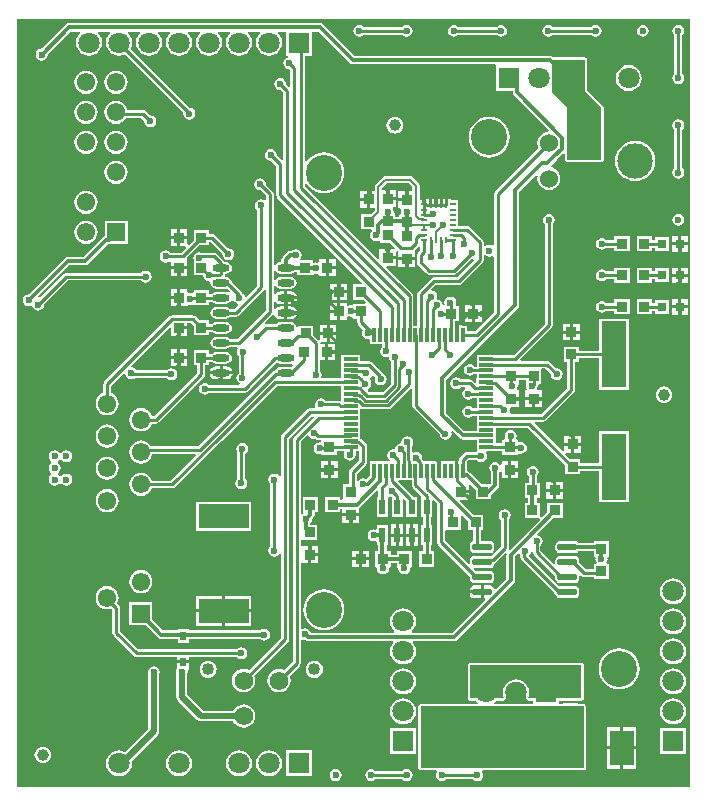
<source format=gtl>
G04*
G04 #@! TF.GenerationSoftware,Altium Limited,Altium Designer,20.2.6 (244)*
G04*
G04 Layer_Physical_Order=1*
G04 Layer_Color=255*
%FSLAX44Y44*%
%MOMM*%
G71*
G04*
G04 #@! TF.SameCoordinates,C4BD39D4-7D46-4A15-92C5-5DF00FED93ED*
G04*
G04*
G04 #@! TF.FilePolarity,Positive*
G04*
G01*
G75*
%ADD10C,0.2000*%
%ADD11C,0.2500*%
%ADD15R,0.9000X0.9000*%
%ADD16R,4.2000X2.0000*%
%ADD17R,0.9000X0.9000*%
%ADD18R,0.5000X0.8000*%
%ADD19R,0.3000X1.2000*%
%ADD20R,1.2000X0.3000*%
G04:AMPARAMS|DCode=21|XSize=1.61mm|YSize=0.58mm|CornerRadius=0.145mm|HoleSize=0mm|Usage=FLASHONLY|Rotation=0.000|XOffset=0mm|YOffset=0mm|HoleType=Round|Shape=RoundedRectangle|*
%AMROUNDEDRECTD21*
21,1,1.6100,0.2900,0,0,0.0*
21,1,1.3200,0.5800,0,0,0.0*
1,1,0.2900,0.6600,-0.1450*
1,1,0.2900,-0.6600,-0.1450*
1,1,0.2900,-0.6600,0.1450*
1,1,0.2900,0.6600,0.1450*
%
%ADD21ROUNDEDRECTD21*%
%ADD22R,2.0000X3.0000*%
%ADD23R,0.5300X1.3100*%
%ADD24O,1.4500X0.6000*%
%ADD25R,0.5300X0.2800*%
%ADD26R,0.2800X0.5300*%
%ADD27R,2.1000X5.6000*%
%ADD28C,1.0000*%
%ADD46R,1.5700X1.5700*%
%ADD47C,1.5700*%
%ADD48C,1.0200*%
%ADD56R,0.8000X0.8000*%
%ADD57C,0.3000*%
%ADD58C,0.5000*%
%ADD59C,1.5500*%
%ADD60R,1.5500X1.5500*%
%ADD61C,3.5500*%
%ADD62C,1.8000*%
%ADD63R,1.8000X1.8000*%
%ADD64R,1.8000X1.8000*%
%ADD65C,3.0480*%
%ADD66C,1.5300*%
%ADD67R,1.5300X1.5300*%
%ADD68C,3.0000*%
%ADD69C,0.6000*%
%ADD70C,1.4000*%
G36*
X570000Y0D02*
X492270D01*
X491000Y0D01*
X491000Y1409D01*
Y2540D01*
X491000Y3186D01*
X491000Y115000D01*
X491000Y3810D01*
X491000Y1912D01*
X491000Y1270D01*
Y-0D01*
X0Y0D01*
Y220000D01*
Y335000D01*
Y650000D01*
X570000Y650000D01*
X570000Y0D01*
D02*
G37*
%LPC*%
G36*
X490000Y645098D02*
X488049Y644710D01*
X486395Y643605D01*
X486201Y643314D01*
X453799D01*
X453605Y643605D01*
X451951Y644710D01*
X450000Y645098D01*
X448049Y644710D01*
X446395Y643605D01*
X445290Y641951D01*
X444902Y640000D01*
X445290Y638049D01*
X446395Y636395D01*
X448049Y635290D01*
X450000Y634902D01*
X451951Y635290D01*
X453605Y636395D01*
X453799Y636686D01*
X486201D01*
X486395Y636395D01*
X488049Y635290D01*
X490000Y634902D01*
X491951Y635290D01*
X493605Y636395D01*
X494710Y638049D01*
X495098Y640000D01*
X494710Y641951D01*
X493605Y643605D01*
X491951Y644710D01*
X490000Y645098D01*
D02*
G37*
G36*
X410000D02*
X408049Y644710D01*
X406395Y643605D01*
X406201Y643314D01*
X373799D01*
X373605Y643605D01*
X371951Y644710D01*
X370000Y645098D01*
X368049Y644710D01*
X366395Y643605D01*
X365290Y641951D01*
X364902Y640000D01*
X365290Y638049D01*
X366395Y636395D01*
X368049Y635290D01*
X370000Y634902D01*
X371951Y635290D01*
X373605Y636395D01*
X373799Y636686D01*
X406201D01*
X406395Y636395D01*
X408049Y635290D01*
X410000Y634902D01*
X411951Y635290D01*
X413605Y636395D01*
X414710Y638049D01*
X415098Y640000D01*
X414710Y641951D01*
X413605Y643605D01*
X411951Y644710D01*
X410000Y645098D01*
D02*
G37*
G36*
X330000D02*
X328049Y644710D01*
X326395Y643605D01*
X326201Y643314D01*
X293799D01*
X293605Y643605D01*
X291951Y644710D01*
X290000Y645098D01*
X288049Y644710D01*
X286395Y643605D01*
X285290Y641951D01*
X284902Y640000D01*
X285290Y638049D01*
X286395Y636395D01*
X288049Y635290D01*
X290000Y634902D01*
X291951Y635290D01*
X293605Y636395D01*
X293799Y636686D01*
X326201D01*
X326395Y636395D01*
X328049Y635290D01*
X330000Y634902D01*
X331951Y635290D01*
X333605Y636395D01*
X334710Y638049D01*
X335098Y640000D01*
X334710Y641951D01*
X333605Y643605D01*
X331951Y644710D01*
X330000Y645098D01*
D02*
G37*
G36*
X530000D02*
X528049Y644710D01*
X526395Y643605D01*
X525290Y641951D01*
X524902Y640000D01*
X525290Y638049D01*
X526395Y636395D01*
X528049Y635290D01*
X530000Y634902D01*
X531951Y635290D01*
X533605Y636395D01*
X534710Y638049D01*
X535098Y640000D01*
X534710Y641951D01*
X533605Y643605D01*
X531951Y644710D01*
X530000Y645098D01*
D02*
G37*
G36*
X560000D02*
X558049Y644710D01*
X556395Y643605D01*
X555290Y641951D01*
X554902Y640000D01*
X555290Y638049D01*
X556395Y636395D01*
X556686Y636201D01*
Y603799D01*
X556395Y603605D01*
X555290Y601951D01*
X554902Y600000D01*
X555290Y598049D01*
X556395Y596395D01*
X558049Y595290D01*
X560000Y594902D01*
X561951Y595290D01*
X563605Y596395D01*
X564710Y598049D01*
X565098Y600000D01*
X564710Y601951D01*
X563605Y603605D01*
X563314Y603799D01*
Y636201D01*
X563605Y636395D01*
X564710Y638049D01*
X565098Y640000D01*
X564710Y641951D01*
X563605Y643605D01*
X561951Y644710D01*
X560000Y645098D01*
D02*
G37*
G36*
X257000Y646569D02*
X44000D01*
X42634Y646297D01*
X41477Y645523D01*
X21043Y625089D01*
X21000Y625098D01*
X19049Y624710D01*
X17395Y623605D01*
X16290Y621951D01*
X15902Y620000D01*
X16290Y618049D01*
X17395Y616395D01*
X19049Y615290D01*
X21000Y614902D01*
X22951Y615290D01*
X24605Y616395D01*
X25710Y618049D01*
X26098Y620000D01*
X26089Y620043D01*
X45478Y639431D01*
X53343D01*
X53751Y638229D01*
X53251Y637845D01*
X51488Y635547D01*
X50380Y632872D01*
X50002Y630000D01*
X50380Y627128D01*
X51488Y624453D01*
X53251Y622155D01*
X55549Y620392D01*
X58225Y619283D01*
X61097Y618905D01*
X63968Y619283D01*
X66644Y620392D01*
X68942Y622155D01*
X70705Y624453D01*
X71814Y627128D01*
X72192Y630000D01*
X71814Y632872D01*
X70705Y635547D01*
X68942Y637845D01*
X68442Y638229D01*
X68850Y639431D01*
X78743D01*
X79151Y638229D01*
X78651Y637845D01*
X76888Y635547D01*
X75780Y632872D01*
X75402Y630000D01*
X75780Y627128D01*
X76888Y624453D01*
X78651Y622155D01*
X80949Y620392D01*
X83625Y619283D01*
X86497Y618905D01*
X89368Y619283D01*
X91602Y620208D01*
X141053Y570758D01*
X140902Y570000D01*
X141290Y568049D01*
X142395Y566395D01*
X144049Y565290D01*
X146000Y564902D01*
X147951Y565290D01*
X149605Y566395D01*
X150710Y568049D01*
X151098Y570000D01*
X150710Y571951D01*
X149605Y573605D01*
X147951Y574710D01*
X146106Y575077D01*
X96288Y624895D01*
X97213Y627128D01*
X97591Y630000D01*
X97213Y632872D01*
X96105Y635547D01*
X94342Y637845D01*
X93842Y638229D01*
X94250Y639431D01*
X104143D01*
X104551Y638229D01*
X104051Y637845D01*
X102288Y635547D01*
X101179Y632872D01*
X100801Y630000D01*
X101179Y627128D01*
X102288Y624453D01*
X104051Y622155D01*
X106349Y620392D01*
X109025Y619283D01*
X111896Y618905D01*
X114768Y619283D01*
X117444Y620392D01*
X119741Y622155D01*
X121505Y624453D01*
X122613Y627128D01*
X122991Y630000D01*
X122613Y632872D01*
X121505Y635547D01*
X119741Y637845D01*
X119242Y638229D01*
X119650Y639431D01*
X129541D01*
X129949Y638229D01*
X129450Y637846D01*
X127687Y635548D01*
X126579Y632872D01*
X126201Y630001D01*
X126579Y627129D01*
X127687Y624453D01*
X129450Y622156D01*
X131748Y620392D01*
X134424Y619284D01*
X137295Y618906D01*
X140167Y619284D01*
X142843Y620392D01*
X145141Y622156D01*
X146904Y624453D01*
X148012Y627129D01*
X148390Y630001D01*
X148012Y632872D01*
X146904Y635548D01*
X145141Y637846D01*
X144642Y638229D01*
X145050Y639431D01*
X154944D01*
X155353Y638229D01*
X154852Y637845D01*
X153089Y635547D01*
X151980Y632871D01*
X151602Y629999D01*
X151980Y627128D01*
X153089Y624452D01*
X154852Y622154D01*
X157150Y620391D01*
X159825Y619282D01*
X162697Y618904D01*
X165569Y619282D01*
X168244Y620391D01*
X170542Y622154D01*
X172306Y624452D01*
X173414Y627128D01*
X173792Y629999D01*
X173414Y632871D01*
X172306Y635547D01*
X170542Y637845D01*
X170041Y638229D01*
X170450Y639431D01*
X180344D01*
X180753Y638229D01*
X180252Y637845D01*
X178489Y635547D01*
X177380Y632871D01*
X177002Y629999D01*
X177380Y627128D01*
X178489Y624452D01*
X180252Y622154D01*
X182550Y620391D01*
X185226Y619282D01*
X188097Y618904D01*
X190969Y619282D01*
X193645Y620391D01*
X195942Y622154D01*
X197705Y624452D01*
X198814Y627128D01*
X199192Y629999D01*
X198814Y632871D01*
X197705Y635547D01*
X195942Y637845D01*
X195441Y638229D01*
X195850Y639431D01*
X205744D01*
X206153Y638229D01*
X205652Y637845D01*
X203889Y635547D01*
X202780Y632871D01*
X202402Y629999D01*
X202780Y627128D01*
X203889Y624452D01*
X205652Y622154D01*
X207950Y620391D01*
X210625Y619282D01*
X213497Y618904D01*
X216369Y619282D01*
X219044Y620391D01*
X221342Y622154D01*
X223106Y624452D01*
X224214Y627128D01*
X224592Y629999D01*
X224214Y632871D01*
X223106Y635547D01*
X221342Y637845D01*
X220841Y638229D01*
X221250Y639431D01*
X227897D01*
Y618999D01*
X229153D01*
X230110Y618242D01*
X230110Y618242D01*
X230110D01*
X230161Y617729D01*
X230112Y617720D01*
X228797Y617458D01*
X227143Y616353D01*
X226038Y614699D01*
X225650Y612748D01*
X226038Y610797D01*
X227143Y609143D01*
X228797Y608038D01*
X230748Y607650D01*
X231686Y606705D01*
Y592796D01*
X230416Y592270D01*
X228030Y594657D01*
X228098Y595000D01*
X227710Y596951D01*
X226605Y598605D01*
X224951Y599710D01*
X223000Y600098D01*
X221049Y599710D01*
X219395Y598605D01*
X218290Y596951D01*
X217902Y595000D01*
X218290Y593049D01*
X219395Y591395D01*
X221049Y590290D01*
X223000Y589902D01*
X223343Y589970D01*
X225686Y587627D01*
Y530796D01*
X224416Y530270D01*
X220030Y534657D01*
X220098Y535000D01*
X219710Y536951D01*
X218605Y538605D01*
X216951Y539710D01*
X215000Y540098D01*
X213049Y539710D01*
X211395Y538605D01*
X210290Y536951D01*
X209902Y535000D01*
X210290Y533049D01*
X211395Y531395D01*
X213049Y530290D01*
X215000Y529902D01*
X215343Y529970D01*
X219686Y525627D01*
Y501000D01*
X219939Y499732D01*
X220657Y498657D01*
X292640Y426673D01*
X292155Y425500D01*
X285000D01*
Y412500D01*
X293314D01*
X295620Y410193D01*
X295135Y409020D01*
X285001D01*
Y408995D01*
X283731Y407953D01*
X283000Y408098D01*
X281049Y407710D01*
X280661Y407450D01*
X279541Y408049D01*
Y409560D01*
X273771D01*
Y402520D01*
Y395480D01*
X279541D01*
Y397951D01*
X280661Y398550D01*
X281049Y398290D01*
X283000Y397902D01*
X283731Y398047D01*
X285001Y397005D01*
Y396020D01*
X288187D01*
Y393500D01*
X288439Y392232D01*
X289158Y391157D01*
X293170Y387145D01*
X292538Y386199D01*
X292150Y384248D01*
X292538Y382297D01*
X293643Y380643D01*
X295297Y379538D01*
X297248Y379150D01*
X298019Y379303D01*
X299001Y378498D01*
Y374500D01*
X309340D01*
Y372384D01*
X309203Y372293D01*
X308098Y370639D01*
X307710Y368688D01*
X308098Y366737D01*
X309203Y365083D01*
X310857Y363978D01*
X312808Y363590D01*
X313749Y363777D01*
X314761Y363972D01*
X315129Y362855D01*
X315289Y362048D01*
X316395Y360395D01*
X316636Y360233D01*
Y341323D01*
X309627Y334314D01*
X298076D01*
X296991Y335398D01*
X297344Y336842D01*
X298621Y337695D01*
X299726Y339349D01*
X300114Y341300D01*
X299726Y343251D01*
X298621Y344905D01*
Y345738D01*
X299604Y346395D01*
X300613Y347905D01*
X301271Y348219D01*
X301903Y348411D01*
X303319Y346995D01*
X303289Y346951D01*
X302901Y345000D01*
X303289Y343049D01*
X304394Y341395D01*
X306048Y340290D01*
X307999Y339902D01*
X309950Y340290D01*
X311604Y341395D01*
X312709Y343049D01*
X313097Y345000D01*
X312709Y346951D01*
X311604Y348605D01*
X309950Y349710D01*
X309864Y349727D01*
X309672Y350014D01*
X300093Y359593D01*
X299018Y360311D01*
X297750Y360564D01*
X290501D01*
Y366000D01*
X274501D01*
Y354000D01*
Y345814D01*
X258463D01*
X257766Y347084D01*
X258098Y348750D01*
X257710Y350701D01*
X256605Y352355D01*
X256314Y352549D01*
Y360960D01*
X261230D01*
Y368000D01*
Y375040D01*
X257301D01*
X256959Y375769D01*
X257031Y376007D01*
X257734Y376960D01*
X262230D01*
Y382730D01*
X256460D01*
Y378457D01*
X255815Y378103D01*
X255190Y377996D01*
X251000Y382186D01*
Y390500D01*
X238000D01*
Y390172D01*
X237187Y389238D01*
X237187Y389238D01*
Y389238D01*
X236730Y389193D01*
X236723Y389231D01*
X236460Y390551D01*
X235355Y392205D01*
X233701Y393310D01*
X231750Y393698D01*
X223250D01*
X221299Y393310D01*
X219645Y392205D01*
X219451Y391914D01*
X210800D01*
X210346Y391823D01*
X209720Y392994D01*
X216343Y399617D01*
X216573Y399961D01*
X217757Y399789D01*
X217921Y399693D01*
X218031Y399138D01*
X219256Y397306D01*
X221088Y396082D01*
X223250Y395652D01*
X226230D01*
Y401300D01*
Y406949D01*
X223250D01*
X221088Y406519D01*
X219256Y405294D01*
X218584Y404288D01*
X217314Y404673D01*
Y410627D01*
X218584Y411012D01*
X219256Y410006D01*
X221088Y408782D01*
X223250Y408352D01*
X226230D01*
Y414000D01*
Y419649D01*
X223250D01*
X221088Y419219D01*
X219256Y417994D01*
X218584Y416988D01*
X217314Y417373D01*
Y424177D01*
X218489Y424700D01*
X218584Y424684D01*
X219645Y423095D01*
X221299Y421990D01*
X223250Y421602D01*
X231750D01*
X233701Y421990D01*
X235355Y423095D01*
X236460Y424749D01*
X236848Y426700D01*
X236460Y428651D01*
X235355Y430305D01*
X233701Y431410D01*
X231750Y431798D01*
X223250D01*
X221299Y431410D01*
X219645Y430305D01*
X218584Y428716D01*
X218489Y428700D01*
X217314Y429223D01*
Y436877D01*
X218489Y437400D01*
X218584Y437384D01*
X219645Y435795D01*
X221299Y434690D01*
X223250Y434302D01*
X231750D01*
X233701Y434690D01*
X235355Y435795D01*
X235392Y435851D01*
X237340D01*
Y432920D01*
X250340D01*
Y433352D01*
X251610Y434178D01*
X252999Y433901D01*
X254530Y434206D01*
X255800Y433446D01*
Y432380D01*
X261570D01*
Y439420D01*
Y446460D01*
X255800D01*
Y444552D01*
X254530Y443793D01*
X252999Y444097D01*
X251610Y443821D01*
X250340Y444647D01*
Y445920D01*
X240815D01*
X240136Y447190D01*
X240710Y448049D01*
X241098Y450000D01*
X240710Y451951D01*
X239605Y453605D01*
X237951Y454710D01*
X236000Y455098D01*
X234049Y454710D01*
X232395Y453605D01*
X232371Y453569D01*
X231224D01*
X229858Y453297D01*
X228700Y452523D01*
X224977Y448800D01*
X224203Y447642D01*
X223931Y446276D01*
Y444498D01*
X223250D01*
X221299Y444110D01*
X219645Y443005D01*
X218584Y441416D01*
X218489Y441400D01*
X217314Y441923D01*
Y502000D01*
X217061Y503268D01*
X216343Y504343D01*
X211030Y509657D01*
X211098Y510000D01*
X210710Y511951D01*
X209605Y513605D01*
X207951Y514710D01*
X206000Y515098D01*
X204049Y514710D01*
X202395Y513605D01*
X201290Y511951D01*
X200902Y510000D01*
X201290Y508049D01*
X202395Y506395D01*
X204049Y505290D01*
X206000Y504902D01*
X206343Y504970D01*
X210686Y500628D01*
Y497158D01*
X209416Y496479D01*
X208710Y496951D01*
X206759Y497339D01*
X204809Y496951D01*
X203155Y495845D01*
X202050Y494192D01*
X201661Y492241D01*
X202050Y490290D01*
X203155Y488636D01*
X203696Y488274D01*
Y424283D01*
X194286Y414872D01*
X192908Y415290D01*
X192765Y416006D01*
X191660Y417660D01*
X190868Y418190D01*
X190568Y418639D01*
X182309Y426898D01*
X181960Y428651D01*
X180855Y430305D01*
X179201Y431410D01*
X177250Y431798D01*
X176654D01*
X175976Y433068D01*
X176061Y433196D01*
X176281Y434302D01*
X177250D01*
X179201Y434690D01*
X180855Y435795D01*
X181960Y437449D01*
X182348Y439400D01*
X181960Y441351D01*
X180855Y443005D01*
X179201Y444110D01*
X177250Y444498D01*
X176042D01*
X175343Y445543D01*
X169543Y451343D01*
X168468Y452061D01*
X167200Y452314D01*
X156263D01*
X154555Y452653D01*
X152604Y452265D01*
X150950Y451160D01*
X149845Y449506D01*
X149457Y447555D01*
X149768Y445991D01*
X149710Y445920D01*
X149710D01*
Y432920D01*
X157918D01*
X158290Y431049D01*
X159395Y429395D01*
X161049Y428290D01*
X162849Y427932D01*
X163680Y426841D01*
X163652Y426700D01*
X164040Y424749D01*
X165145Y423095D01*
X166799Y421990D01*
X168750Y421602D01*
X177250D01*
X178069Y421765D01*
X180393Y419441D01*
X179583Y418454D01*
X179201Y418710D01*
X177250Y419098D01*
X168750D01*
X166799Y418710D01*
X165145Y417605D01*
X164964Y417334D01*
X162710D01*
Y420520D01*
X149710D01*
Y418614D01*
X148440Y417812D01*
X147000Y418098D01*
X145520Y417804D01*
X144250Y418587D01*
Y421060D01*
X138480D01*
Y414020D01*
Y406980D01*
X144250D01*
Y407413D01*
X145520Y408196D01*
X147000Y407902D01*
X148440Y408189D01*
X149710Y407520D01*
Y407520D01*
X162710D01*
Y410706D01*
X164937D01*
X165145Y410395D01*
X166799Y409290D01*
X168750Y408902D01*
X177250D01*
X179201Y409290D01*
X180855Y410395D01*
X181960Y412049D01*
X182011Y412304D01*
X183306D01*
X183345Y412104D01*
X184450Y410451D01*
X186104Y409345D01*
X186821Y409203D01*
X187239Y407825D01*
X184028Y404614D01*
X181049D01*
X180855Y404905D01*
X179201Y406010D01*
X177250Y406398D01*
X168750D01*
X166799Y406010D01*
X165145Y404905D01*
X164040Y403251D01*
X163652Y401300D01*
X164040Y399349D01*
X165145Y397695D01*
X166799Y396590D01*
X168750Y396202D01*
X177250D01*
X179201Y396590D01*
X180855Y397695D01*
X181049Y397986D01*
X185400D01*
X186668Y398239D01*
X187743Y398957D01*
X209353Y420567D01*
X209416Y420662D01*
X210686Y420276D01*
Y403333D01*
X186567Y379214D01*
X181049D01*
X180855Y379505D01*
X179201Y380610D01*
X177250Y380998D01*
X168750D01*
X166799Y380610D01*
X165145Y379505D01*
X164040Y377851D01*
X163652Y375900D01*
X164040Y373949D01*
X165145Y372295D01*
X166799Y371190D01*
X168750Y370802D01*
X177250D01*
X179201Y371190D01*
X180855Y372295D01*
X181049Y372586D01*
X186663D01*
X187342Y371316D01*
X186709Y370370D01*
X186321Y368419D01*
X186709Y366469D01*
X187686Y365007D01*
Y349799D01*
X187395Y349605D01*
X186290Y347951D01*
X185902Y346000D01*
X186290Y344049D01*
X187395Y342395D01*
X188610Y341584D01*
X188225Y340314D01*
X163127D01*
X162936Y340600D01*
X161282Y341705D01*
X159331Y342093D01*
X157380Y341705D01*
X155726Y340600D01*
X154621Y338946D01*
X154233Y336996D01*
X154621Y335045D01*
X155726Y333391D01*
X157380Y332286D01*
X159331Y331898D01*
X161282Y332286D01*
X162936Y333391D01*
X163134Y333686D01*
X193000D01*
X194268Y333939D01*
X195343Y334657D01*
X220027Y359340D01*
X221299Y358490D01*
X223250Y358102D01*
X231750D01*
X233148Y358380D01*
X233773Y357210D01*
X232093Y355530D01*
X231750Y355598D01*
X223250D01*
X221299Y355210D01*
X219645Y354105D01*
X218876Y352954D01*
X218562Y352892D01*
X217487Y352174D01*
X153628Y288314D01*
X113440D01*
X113439Y288317D01*
X111876Y290354D01*
X109839Y291917D01*
X107467Y292899D01*
X104922Y293234D01*
X102377Y292899D01*
X100005Y291917D01*
X97968Y290354D01*
X96405Y288317D01*
X95423Y285945D01*
X95088Y283400D01*
X95423Y280855D01*
X96405Y278483D01*
X97968Y276446D01*
X100005Y274883D01*
X102377Y273901D01*
X104922Y273566D01*
X107467Y273901D01*
X109839Y274883D01*
X111876Y276446D01*
X113439Y278483D01*
X114421Y280855D01*
X114530Y281686D01*
X150998D01*
X151484Y280513D01*
X130284Y259314D01*
X114103D01*
X113439Y260917D01*
X111876Y262954D01*
X109839Y264517D01*
X107467Y265499D01*
X104922Y265834D01*
X102377Y265499D01*
X100005Y264517D01*
X97968Y262954D01*
X96405Y260917D01*
X95423Y258545D01*
X95088Y256000D01*
X95423Y253455D01*
X96405Y251083D01*
X97968Y249046D01*
X100005Y247483D01*
X102377Y246501D01*
X104922Y246166D01*
X107467Y246501D01*
X109839Y247483D01*
X111876Y249046D01*
X113439Y251083D01*
X114103Y252686D01*
X131657D01*
X132925Y252939D01*
X134000Y253657D01*
X173309Y292966D01*
X174343Y293657D01*
X219873Y339186D01*
X274501D01*
Y327900D01*
X274385Y327726D01*
X273230Y326968D01*
X272750Y327064D01*
X261389D01*
X261194Y327355D01*
X259540Y328460D01*
X257589Y328848D01*
X255639Y328460D01*
X253985Y327355D01*
X252880Y325701D01*
X252491Y323750D01*
X252823Y322084D01*
X252127Y320814D01*
X248500D01*
X247232Y320561D01*
X246157Y319843D01*
X224657Y298343D01*
X223939Y297268D01*
X223686Y296000D01*
Y262775D01*
X222416Y262390D01*
X221605Y263605D01*
X219951Y264710D01*
X218000Y265098D01*
X216049Y264710D01*
X214395Y263605D01*
X213290Y261951D01*
X212902Y260000D01*
X213290Y258049D01*
X214395Y256395D01*
X214686Y256201D01*
Y203799D01*
X214395Y203605D01*
X213290Y201951D01*
X212902Y200000D01*
X213290Y198049D01*
X214395Y196395D01*
X216049Y195290D01*
X218000Y194902D01*
X219951Y195290D01*
X221605Y196395D01*
X222416Y197610D01*
X223686Y197225D01*
Y126373D01*
X196225Y98911D01*
X194571Y99596D01*
X192000Y99935D01*
X189429Y99596D01*
X187033Y98604D01*
X184975Y97025D01*
X183396Y94967D01*
X182404Y92571D01*
X182065Y90000D01*
X182404Y87429D01*
X183396Y85033D01*
X184975Y82975D01*
X187033Y81396D01*
X189429Y80403D01*
X192000Y80065D01*
X194571Y80403D01*
X196968Y81396D01*
X199025Y82975D01*
X200604Y85033D01*
X201596Y87429D01*
X201935Y90000D01*
X201596Y92571D01*
X200911Y94225D01*
X229343Y122657D01*
X230061Y123732D01*
X230314Y125000D01*
Y294627D01*
X249873Y314186D01*
X251163D01*
X251649Y313013D01*
X234657Y296021D01*
X233939Y294946D01*
X233686Y293678D01*
Y106373D01*
X226225Y98911D01*
X224571Y99596D01*
X222000Y99935D01*
X219429Y99596D01*
X217033Y98604D01*
X214975Y97025D01*
X213396Y94967D01*
X212404Y92571D01*
X212065Y90000D01*
X212404Y87429D01*
X213396Y85033D01*
X214975Y82975D01*
X217033Y81396D01*
X219429Y80403D01*
X222000Y80065D01*
X224571Y80403D01*
X226968Y81396D01*
X229025Y82975D01*
X230604Y85033D01*
X231596Y87429D01*
X231935Y90000D01*
X231596Y92571D01*
X230911Y94225D01*
X239343Y102657D01*
X240061Y103732D01*
X240314Y105000D01*
Y123922D01*
X241584Y124601D01*
X242049Y124290D01*
X244000Y123902D01*
X244885Y124078D01*
X245446Y123703D01*
X246812Y123431D01*
X318344D01*
X318861Y122161D01*
X317392Y120247D01*
X316284Y117571D01*
X315906Y114700D01*
X316284Y111828D01*
X317392Y109152D01*
X319156Y106854D01*
X321453Y105091D01*
X324129Y103983D01*
X327001Y103605D01*
X329872Y103983D01*
X332548Y105091D01*
X334846Y106854D01*
X336609Y109152D01*
X337718Y111828D01*
X338096Y114700D01*
X337718Y117571D01*
X336609Y120247D01*
X335140Y122161D01*
X335657Y123431D01*
X370343D01*
X371709Y123703D01*
X372867Y124477D01*
X404916Y156527D01*
X404917Y156527D01*
X420583Y172193D01*
X421357Y173351D01*
X421628Y174716D01*
Y195039D01*
X424430Y197840D01*
X425821Y197436D01*
X426384Y196594D01*
Y194302D01*
X426636Y193034D01*
X427355Y191959D01*
X455180Y164133D01*
X455932Y163631D01*
Y163500D01*
X456200Y162154D01*
X456963Y161013D01*
X458104Y160250D01*
X459450Y159982D01*
X472650D01*
X473996Y160250D01*
X475137Y161013D01*
X475900Y162154D01*
X476168Y163500D01*
Y166400D01*
X475900Y167746D01*
X475137Y168887D01*
X473996Y169650D01*
X472650Y169918D01*
X459450D01*
X458882Y169804D01*
X433854Y194832D01*
X433972Y196028D01*
X435077Y197682D01*
X435260Y198601D01*
X435528Y198735D01*
X436617Y198913D01*
X436686Y198839D01*
X436708Y198730D01*
X436939Y197571D01*
X437657Y196496D01*
X455932Y178220D01*
Y176200D01*
X456200Y174854D01*
X456963Y173713D01*
X458104Y172950D01*
X459450Y172682D01*
X472650D01*
X473996Y172950D01*
X475137Y173713D01*
X475900Y174854D01*
X476168Y176200D01*
Y178900D01*
X476644Y179247D01*
X477388Y179476D01*
X478207Y178657D01*
X479282Y177939D01*
X480550Y177686D01*
X488500D01*
Y176000D01*
X501500D01*
Y189000D01*
X499868D01*
X499189Y190270D01*
X499710Y191049D01*
X500098Y193000D01*
X499953Y193730D01*
X500995Y195000D01*
X501500D01*
Y208000D01*
X488500D01*
Y206619D01*
X475384D01*
X475137Y206987D01*
X473996Y207750D01*
X472650Y208018D01*
X459450D01*
X458104Y207750D01*
X456963Y206987D01*
X456200Y205846D01*
X455932Y204500D01*
Y201600D01*
X456200Y200254D01*
X456963Y199113D01*
X458104Y198350D01*
X459450Y198082D01*
X472650D01*
X473996Y198350D01*
X475137Y199113D01*
X475384Y199481D01*
X488500D01*
Y195000D01*
X489005D01*
X490047Y193730D01*
X489902Y193000D01*
X490290Y191049D01*
X490811Y190270D01*
X490132Y189000D01*
X488500D01*
Y184314D01*
X481923D01*
X476168Y190069D01*
Y191800D01*
X475900Y193146D01*
X475137Y194287D01*
X473996Y195050D01*
X472650Y195318D01*
X459450D01*
X458104Y195050D01*
X456963Y194287D01*
X456200Y193146D01*
X455932Y191800D01*
Y189389D01*
X454689Y188836D01*
X443314Y200211D01*
Y204201D01*
X443605Y204395D01*
X444710Y206049D01*
X445098Y208000D01*
X444710Y209951D01*
X443605Y211605D01*
X441951Y212710D01*
X441237Y212852D01*
X440819Y214230D01*
X454047Y227458D01*
X462000D01*
Y240457D01*
X449000D01*
Y232504D01*
X444270Y227774D01*
X443000Y228300D01*
Y240457D01*
X440069D01*
Y244500D01*
X442958D01*
Y257500D01*
X440194D01*
Y262901D01*
X440485Y263095D01*
X441590Y264749D01*
X441978Y266700D01*
X441590Y268651D01*
X440485Y270305D01*
X438831Y271410D01*
X436880Y271798D01*
X434929Y271410D01*
X433275Y270305D01*
X432170Y268651D01*
X431782Y266700D01*
X432170Y264749D01*
X433275Y263095D01*
X433566Y262901D01*
Y257500D01*
X429958D01*
Y244500D01*
X432931D01*
Y240457D01*
X430000D01*
Y227458D01*
X442157D01*
X442683Y226187D01*
X427519Y211023D01*
X427519Y211023D01*
X417388Y200893D01*
X416218Y201518D01*
X416314Y202000D01*
Y225951D01*
X416605Y226145D01*
X417710Y227799D01*
X418098Y229750D01*
X417710Y231701D01*
X416605Y233355D01*
X414951Y234460D01*
X413000Y234848D01*
X411049Y234460D01*
X409395Y233355D01*
X408290Y231701D01*
X407902Y229750D01*
X408290Y227799D01*
X409395Y226145D01*
X409686Y225951D01*
Y203373D01*
X401479Y195166D01*
X401314D01*
X400550Y195318D01*
X387350D01*
X386004Y195050D01*
X384863Y194287D01*
X384100Y193146D01*
X383832Y191800D01*
Y189100D01*
X383356Y188753D01*
X382612Y188524D01*
X362314Y208822D01*
Y216514D01*
X363000Y217500D01*
X376000D01*
Y229518D01*
X377270Y230044D01*
X382000Y225314D01*
Y217500D01*
X386007D01*
Y207750D01*
X386004Y207750D01*
X384863Y206987D01*
X384100Y205846D01*
X383832Y204500D01*
Y201600D01*
X384100Y200254D01*
X384863Y199113D01*
X386004Y198350D01*
X387350Y198082D01*
X400550D01*
X401896Y198350D01*
X403037Y199113D01*
X403800Y200254D01*
X404068Y201600D01*
Y204500D01*
X403800Y205846D01*
X403037Y206987D01*
X401896Y207750D01*
X400550Y208018D01*
X392634D01*
Y217500D01*
X395000D01*
Y230500D01*
X386186D01*
X374899Y241787D01*
X375386Y242960D01*
X383040D01*
Y248730D01*
X376000D01*
Y251270D01*
X383040D01*
Y255254D01*
X384213Y255741D01*
X388500Y251454D01*
Y243500D01*
X401500D01*
Y246614D01*
X407523Y252638D01*
X408297Y253796D01*
X408569Y255161D01*
Y266264D01*
X409191Y266870D01*
X410461Y266428D01*
Y261480D01*
X416231D01*
Y268520D01*
Y275560D01*
X410461D01*
Y273113D01*
X409191Y272728D01*
X408605Y273605D01*
X406951Y274710D01*
X405000Y275098D01*
X403049Y274710D01*
X401395Y273605D01*
X400290Y271951D01*
X399902Y270000D01*
X400290Y268049D01*
X401395Y266395D01*
X401431Y266371D01*
Y256639D01*
X401292Y256500D01*
X393547D01*
X383956Y266091D01*
X382798Y266865D01*
X381432Y267137D01*
X381069D01*
Y267500D01*
X381001Y267845D01*
Y275500D01*
X381001Y275500D01*
X381001D01*
X381803Y276384D01*
X382105Y276686D01*
X389201D01*
X389395Y276395D01*
X391049Y275290D01*
X393000Y274902D01*
X394951Y275290D01*
X396605Y276395D01*
X397710Y278049D01*
X398098Y280000D01*
X397710Y281951D01*
X397189Y282730D01*
X397868Y284000D01*
X405500D01*
Y284186D01*
X411001D01*
Y281020D01*
X424001D01*
Y281580D01*
X425271Y282246D01*
X427000Y281902D01*
X428951Y282290D01*
X430605Y283395D01*
X431710Y285049D01*
X432098Y287000D01*
X431710Y288951D01*
X430605Y290605D01*
X428951Y291710D01*
X427000Y292098D01*
X425271Y291754D01*
X424001Y292420D01*
Y294020D01*
X423433D01*
X422758Y295290D01*
X423098Y297000D01*
X422710Y298951D01*
X421605Y300605D01*
X419951Y301710D01*
X418000Y302098D01*
X416049Y301710D01*
X414395Y300605D01*
X413290Y298951D01*
X412902Y297000D01*
X413242Y295290D01*
X412567Y294020D01*
X411001D01*
Y290814D01*
X405500D01*
Y304186D01*
X432648D01*
X464001Y272834D01*
Y264520D01*
X477001D01*
Y267706D01*
X493293D01*
Y241020D01*
X518293D01*
Y301020D01*
X493293D01*
Y274334D01*
X477001D01*
Y277520D01*
X468687D01*
X464497Y281710D01*
X465023Y282980D01*
X469230D01*
Y288750D01*
X463461D01*
Y284542D01*
X462191Y284016D01*
X438194Y308013D01*
X438680Y309186D01*
X445850D01*
X447118Y309439D01*
X448193Y310157D01*
X471844Y333807D01*
X472562Y334882D01*
X472814Y336151D01*
Y359520D01*
X476001D01*
Y362706D01*
X493293D01*
Y336020D01*
X518293D01*
Y396020D01*
X493293D01*
Y369334D01*
X476001D01*
Y372520D01*
X463000D01*
Y359520D01*
X466187D01*
Y337523D01*
X444478Y315814D01*
X418199D01*
X417513Y317084D01*
X417848Y318770D01*
X417561Y320210D01*
X418364Y321480D01*
X425541D01*
Y327250D01*
X418501D01*
Y329790D01*
X425541D01*
Y335560D01*
X424062D01*
X423463Y336680D01*
X423710Y337049D01*
X424098Y339000D01*
X423949Y339750D01*
X424991Y341020D01*
X425000D01*
Y344206D01*
X431001D01*
Y341020D01*
X431001Y341020D01*
X431001D01*
X431051Y339750D01*
X430902Y339000D01*
X431290Y337049D01*
X431537Y336680D01*
X430938Y335560D01*
X430461D01*
Y329790D01*
X437500D01*
X444540D01*
Y335560D01*
X441062D01*
X440463Y336680D01*
X440710Y337049D01*
X441098Y339000D01*
X440949Y339750D01*
X441846Y341020D01*
X444001D01*
Y354020D01*
X445202Y354186D01*
X447578D01*
X452170Y349593D01*
X452102Y349250D01*
X452490Y347299D01*
X453595Y345645D01*
X455249Y344540D01*
X457200Y344152D01*
X459151Y344540D01*
X460805Y345645D01*
X461910Y347299D01*
X462298Y349250D01*
X461910Y351201D01*
X460805Y352855D01*
X459151Y353960D01*
X457200Y354348D01*
X456857Y354280D01*
X451293Y359843D01*
X450218Y360561D01*
X448950Y360814D01*
X426849D01*
X426363Y361987D01*
X452743Y388367D01*
X453461Y389442D01*
X453714Y390710D01*
Y476201D01*
X454005Y476395D01*
X455110Y478049D01*
X455498Y480000D01*
X455110Y481951D01*
X454005Y483605D01*
X452351Y484710D01*
X450400Y485098D01*
X448449Y484710D01*
X446795Y483605D01*
X445690Y481951D01*
X445302Y480000D01*
X445690Y478049D01*
X446795Y476395D01*
X447086Y476201D01*
Y392082D01*
X420817Y365814D01*
X405500D01*
Y366000D01*
X389501D01*
Y355814D01*
X387714D01*
X387145Y356665D01*
X385491Y357770D01*
X383540Y358158D01*
X381589Y357770D01*
X379935Y356665D01*
X378830Y355011D01*
X378442Y353060D01*
X378830Y351109D01*
X379935Y349455D01*
X381589Y348350D01*
X383540Y347962D01*
X385491Y348350D01*
X386742Y349186D01*
X389501D01*
Y346540D01*
X388961D01*
Y342555D01*
X387787Y342069D01*
X385883Y343973D01*
X384808Y344691D01*
X383540Y344944D01*
X375909D01*
X375715Y345235D01*
X374061Y346340D01*
X372110Y346728D01*
X370159Y346340D01*
X368505Y345235D01*
X367400Y343581D01*
X367012Y341630D01*
X367400Y339679D01*
X368505Y338025D01*
X370159Y336920D01*
X372110Y336532D01*
X374061Y336920D01*
X375715Y338025D01*
X375909Y338316D01*
X379330D01*
X379715Y337046D01*
X378665Y336345D01*
X377560Y334691D01*
X377172Y332740D01*
X377560Y330789D01*
X378665Y329135D01*
X380319Y328030D01*
X382270Y327642D01*
X384221Y328030D01*
X385875Y329135D01*
X385909Y329186D01*
X389501D01*
Y320814D01*
X386069D01*
X385875Y321105D01*
X384221Y322210D01*
X382270Y322598D01*
X380319Y322210D01*
X378665Y321105D01*
X377560Y319451D01*
X377172Y317500D01*
X377560Y315549D01*
X378665Y313895D01*
X380319Y312790D01*
X382270Y312402D01*
X384221Y312790D01*
X385875Y313895D01*
X386069Y314186D01*
X389501D01*
Y301069D01*
X378978D01*
X363569Y316478D01*
Y344522D01*
X424523Y405477D01*
X425297Y406634D01*
X425569Y408000D01*
Y503522D01*
X439750Y517703D01*
X440943Y517100D01*
X440667Y515000D01*
X440998Y512481D01*
X441971Y510133D01*
X443517Y508118D01*
X445533Y506571D01*
X447881Y505598D01*
X450400Y505267D01*
X452919Y505598D01*
X455267Y506571D01*
X457282Y508118D01*
X458829Y510133D01*
X459802Y512481D01*
X460133Y515000D01*
X459802Y517519D01*
X458829Y519867D01*
X457282Y521883D01*
X455267Y523429D01*
X452919Y524402D01*
X452217Y524494D01*
X451868Y525821D01*
X457034Y530988D01*
X457542Y531327D01*
X462788Y536572D01*
X463961Y536086D01*
Y531000D01*
X464116Y530220D01*
X464558Y529558D01*
X465220Y529116D01*
X466000Y528961D01*
X495000Y528961D01*
X495780Y529116D01*
X496442Y529558D01*
X496884Y530220D01*
X497039Y531000D01*
X497039Y574440D01*
X496968Y574799D01*
X496908Y575160D01*
X496890Y575188D01*
X496884Y575220D01*
X496680Y575525D01*
X496487Y575835D01*
X483039Y590158D01*
Y615500D01*
X482884Y616280D01*
X482442Y616942D01*
X481780Y617384D01*
X481000Y617539D01*
X454808D01*
X454324Y618023D01*
X453166Y618797D01*
X451800Y619069D01*
X285978D01*
X259523Y645523D01*
X258366Y646297D01*
X257000Y646569D01*
D02*
G37*
G36*
X518101Y611094D02*
X515230Y610716D01*
X512554Y609608D01*
X510256Y607845D01*
X508493Y605547D01*
X507384Y602871D01*
X507006Y599999D01*
X507384Y597128D01*
X508493Y594452D01*
X510256Y592154D01*
X512554Y590391D01*
X515230Y589282D01*
X518101Y588904D01*
X520973Y589282D01*
X523649Y590391D01*
X525947Y592154D01*
X527710Y594452D01*
X528818Y597128D01*
X529196Y599999D01*
X528818Y602871D01*
X527710Y605547D01*
X525947Y607845D01*
X523649Y609608D01*
X520973Y610716D01*
X518101Y611094D01*
D02*
G37*
G36*
X84000Y606234D02*
X81455Y605899D01*
X79083Y604917D01*
X77046Y603354D01*
X75483Y601317D01*
X74501Y598945D01*
X74166Y596400D01*
X74501Y593855D01*
X75483Y591483D01*
X77046Y589446D01*
X79083Y587883D01*
X81455Y586901D01*
X84000Y586566D01*
X86545Y586901D01*
X88917Y587883D01*
X90954Y589446D01*
X92517Y591483D01*
X93499Y593855D01*
X93834Y596400D01*
X93499Y598945D01*
X92517Y601317D01*
X90954Y603354D01*
X88917Y604917D01*
X86545Y605899D01*
X84000Y606234D01*
D02*
G37*
G36*
X58600D02*
X56055Y605899D01*
X53683Y604917D01*
X51646Y603354D01*
X50083Y601317D01*
X49101Y598945D01*
X48766Y596400D01*
X49101Y593855D01*
X50083Y591483D01*
X51646Y589446D01*
X53683Y587883D01*
X56055Y586901D01*
X58600Y586566D01*
X61145Y586901D01*
X63517Y587883D01*
X65554Y589446D01*
X67117Y591483D01*
X68099Y593855D01*
X68434Y596400D01*
X68099Y598945D01*
X67117Y601317D01*
X65554Y603354D01*
X63517Y604917D01*
X61145Y605899D01*
X58600Y606234D01*
D02*
G37*
G36*
Y580834D02*
X56055Y580499D01*
X53683Y579517D01*
X51646Y577954D01*
X50083Y575917D01*
X49101Y573545D01*
X48766Y571000D01*
X49101Y568455D01*
X50083Y566083D01*
X51646Y564046D01*
X53683Y562483D01*
X56055Y561501D01*
X58600Y561166D01*
X61145Y561501D01*
X63517Y562483D01*
X65554Y564046D01*
X67117Y566083D01*
X68099Y568455D01*
X68434Y571000D01*
X68099Y573545D01*
X67117Y575917D01*
X65554Y577954D01*
X63517Y579517D01*
X61145Y580499D01*
X58600Y580834D01*
D02*
G37*
G36*
X84000D02*
X81455Y580499D01*
X79083Y579517D01*
X77046Y577954D01*
X75483Y575917D01*
X74501Y573545D01*
X74166Y571000D01*
X74501Y568455D01*
X75483Y566083D01*
X77046Y564046D01*
X79083Y562483D01*
X81455Y561501D01*
X84000Y561166D01*
X86545Y561501D01*
X88917Y562483D01*
X90954Y564046D01*
X92517Y566083D01*
X92713Y566556D01*
X105258D01*
X107970Y563843D01*
X107902Y563500D01*
X108290Y561549D01*
X109395Y559895D01*
X111049Y558790D01*
X113000Y558402D01*
X114951Y558790D01*
X116605Y559895D01*
X117710Y561549D01*
X118098Y563500D01*
X117710Y565451D01*
X116605Y567105D01*
X114951Y568210D01*
X113000Y568598D01*
X112657Y568530D01*
X108973Y572213D01*
X107898Y572931D01*
X106630Y573183D01*
X93547D01*
X93499Y573545D01*
X92517Y575917D01*
X90954Y577954D01*
X88917Y579517D01*
X86545Y580499D01*
X84000Y580834D01*
D02*
G37*
G36*
Y555434D02*
X81455Y555099D01*
X79083Y554117D01*
X77046Y552554D01*
X75483Y550517D01*
X74501Y548145D01*
X74166Y545600D01*
X74501Y543055D01*
X75483Y540683D01*
X77046Y538646D01*
X79083Y537083D01*
X81455Y536101D01*
X84000Y535766D01*
X86545Y536101D01*
X88917Y537083D01*
X90954Y538646D01*
X92517Y540683D01*
X93499Y543055D01*
X93834Y545600D01*
X93499Y548145D01*
X92517Y550517D01*
X90954Y552554D01*
X88917Y554117D01*
X86545Y555099D01*
X84000Y555434D01*
D02*
G37*
G36*
X58600D02*
X56055Y555099D01*
X53683Y554117D01*
X51646Y552554D01*
X50083Y550517D01*
X49101Y548145D01*
X48766Y545600D01*
X49101Y543055D01*
X50083Y540683D01*
X51646Y538646D01*
X53683Y537083D01*
X56055Y536101D01*
X58600Y535766D01*
X61145Y536101D01*
X63517Y537083D01*
X65554Y538646D01*
X67117Y540683D01*
X68099Y543055D01*
X68434Y545600D01*
X68099Y548145D01*
X67117Y550517D01*
X65554Y552554D01*
X63517Y554117D01*
X61145Y555099D01*
X58600Y555434D01*
D02*
G37*
G36*
X560000Y565098D02*
X558049Y564710D01*
X556395Y563605D01*
X555290Y561951D01*
X554902Y560000D01*
X555290Y558049D01*
X556395Y556395D01*
X556686Y556201D01*
Y523799D01*
X556395Y523605D01*
X555290Y521951D01*
X554902Y520000D01*
X555290Y518049D01*
X556395Y516395D01*
X558049Y515290D01*
X560000Y514902D01*
X561951Y515290D01*
X563605Y516395D01*
X564710Y518049D01*
X565098Y520000D01*
X564710Y521951D01*
X563605Y523605D01*
X563314Y523799D01*
Y556201D01*
X563605Y556395D01*
X564710Y558049D01*
X565098Y560000D01*
X564710Y561951D01*
X563605Y563605D01*
X561951Y564710D01*
X560000Y565098D01*
D02*
G37*
G36*
X523600Y547082D02*
X520267Y546754D01*
X517063Y545782D01*
X514110Y544203D01*
X511521Y542079D01*
X509397Y539490D01*
X507818Y536537D01*
X506846Y533333D01*
X506518Y530000D01*
X506846Y526668D01*
X507818Y523463D01*
X509397Y520510D01*
X511521Y517921D01*
X514110Y515797D01*
X517063Y514218D01*
X520267Y513246D01*
X523600Y512918D01*
X526933Y513246D01*
X530137Y514218D01*
X533090Y515797D01*
X535679Y517921D01*
X537803Y520510D01*
X539382Y523463D01*
X540354Y526668D01*
X540682Y530000D01*
X540354Y533333D01*
X539382Y536537D01*
X537803Y539490D01*
X535679Y542079D01*
X533090Y544203D01*
X530137Y545782D01*
X526933Y546754D01*
X523600Y547082D01*
D02*
G37*
G36*
X84000Y530034D02*
X81455Y529699D01*
X79083Y528717D01*
X77046Y527154D01*
X75483Y525117D01*
X74501Y522745D01*
X74166Y520200D01*
X74501Y517655D01*
X75483Y515283D01*
X77046Y513246D01*
X79083Y511683D01*
X81455Y510701D01*
X84000Y510366D01*
X86545Y510701D01*
X88917Y511683D01*
X90954Y513246D01*
X92517Y515283D01*
X93499Y517655D01*
X93834Y520200D01*
X93499Y522745D01*
X92517Y525117D01*
X90954Y527154D01*
X88917Y528717D01*
X86545Y529699D01*
X84000Y530034D01*
D02*
G37*
G36*
X58600Y504634D02*
X56055Y504299D01*
X53683Y503317D01*
X51646Y501754D01*
X50083Y499717D01*
X49101Y497345D01*
X48766Y494800D01*
X49101Y492255D01*
X50083Y489883D01*
X51646Y487846D01*
X53683Y486283D01*
X56055Y485301D01*
X58600Y484966D01*
X61145Y485301D01*
X63517Y486283D01*
X65554Y487846D01*
X67117Y489883D01*
X68099Y492255D01*
X68434Y494800D01*
X68099Y497345D01*
X67117Y499717D01*
X65554Y501754D01*
X63517Y503317D01*
X61145Y504299D01*
X58600Y504634D01*
D02*
G37*
G36*
X560000Y485098D02*
X558049Y484710D01*
X556395Y483605D01*
X555290Y481951D01*
X554902Y480000D01*
X555290Y478049D01*
X556395Y476395D01*
X558049Y475290D01*
X560000Y474902D01*
X561951Y475290D01*
X563605Y476395D01*
X564710Y478049D01*
X565098Y480000D01*
X564710Y481951D01*
X563605Y483605D01*
X561951Y484710D01*
X560000Y485098D01*
D02*
G37*
G36*
X144250Y471860D02*
X138480D01*
Y466090D01*
X144250D01*
Y471860D01*
D02*
G37*
G36*
X135940D02*
X130170D01*
Y466090D01*
X135940D01*
Y471860D01*
D02*
G37*
G36*
X518840Y466240D02*
X505840D01*
Y463054D01*
X499099D01*
X498905Y463345D01*
X497251Y464450D01*
X495300Y464838D01*
X493349Y464450D01*
X491695Y463345D01*
X490590Y461691D01*
X490202Y459740D01*
X490590Y457789D01*
X491695Y456135D01*
X493349Y455030D01*
X495300Y454642D01*
X497251Y455030D01*
X498905Y456135D01*
X499099Y456426D01*
X505840D01*
Y453240D01*
X518840D01*
Y466240D01*
D02*
G37*
G36*
X567880Y466280D02*
X562610D01*
Y461010D01*
X567880D01*
Y466280D01*
D02*
G37*
G36*
X560070D02*
X554800D01*
Y461010D01*
X560070D01*
Y466280D01*
D02*
G37*
G36*
X58600Y479234D02*
X56055Y478899D01*
X53683Y477917D01*
X51646Y476354D01*
X50083Y474317D01*
X49101Y471945D01*
X48766Y469400D01*
X49101Y466855D01*
X50083Y464483D01*
X51646Y462446D01*
X53683Y460883D01*
X56055Y459901D01*
X58600Y459566D01*
X61145Y459901D01*
X63517Y460883D01*
X65554Y462446D01*
X67117Y464483D01*
X68099Y466855D01*
X68434Y469400D01*
X68099Y471945D01*
X67117Y474317D01*
X65554Y476354D01*
X63517Y477917D01*
X61145Y478899D01*
X58600Y479234D01*
D02*
G37*
G36*
X162710Y471320D02*
X149710D01*
Y463006D01*
X145520Y458816D01*
X144250Y459342D01*
Y463550D01*
X138480D01*
Y457780D01*
X142688D01*
X143214Y456510D01*
X139017Y452314D01*
X129799D01*
X129605Y452605D01*
X127951Y453710D01*
X126000Y454098D01*
X124049Y453710D01*
X122395Y452605D01*
X121290Y450951D01*
X120902Y449000D01*
X121290Y447049D01*
X122395Y445395D01*
X124049Y444290D01*
X126000Y443902D01*
X127951Y444290D01*
X128900Y444924D01*
X130170Y444245D01*
Y440690D01*
X137210D01*
X144250D01*
Y446460D01*
X144250D01*
X143806Y447730D01*
X154396Y458320D01*
X162710D01*
Y461090D01*
X163980Y461334D01*
X173970Y451343D01*
X173902Y451000D01*
X174290Y449049D01*
X175395Y447395D01*
X177049Y446290D01*
X179000Y445902D01*
X180951Y446290D01*
X182605Y447395D01*
X183710Y449049D01*
X184098Y451000D01*
X183710Y452951D01*
X182605Y454605D01*
X180951Y455710D01*
X179000Y456098D01*
X178657Y456030D01*
X167523Y467163D01*
X166448Y467881D01*
X165180Y468134D01*
X162710D01*
Y471320D01*
D02*
G37*
G36*
X135940Y463550D02*
X130170D01*
Y457780D01*
X135940D01*
Y463550D01*
D02*
G37*
G36*
X537840Y466240D02*
X524840D01*
Y453240D01*
X537840D01*
Y456426D01*
X540340D01*
Y453740D01*
X552340D01*
Y465740D01*
X540340D01*
Y463054D01*
X537840D01*
Y466240D01*
D02*
G37*
G36*
X567880Y458470D02*
X562610D01*
Y453200D01*
X567880D01*
Y458470D01*
D02*
G37*
G36*
X560070D02*
X554800D01*
Y453200D01*
X560070D01*
Y458470D01*
D02*
G37*
G36*
X269880Y446460D02*
X264110D01*
Y440690D01*
X269880D01*
Y446460D01*
D02*
G37*
G36*
X518840Y439570D02*
X505840D01*
Y436384D01*
X499099D01*
X498905Y436675D01*
X497251Y437780D01*
X495300Y438168D01*
X493349Y437780D01*
X491695Y436675D01*
X490590Y435021D01*
X490202Y433070D01*
X490590Y431119D01*
X491695Y429465D01*
X493349Y428360D01*
X495300Y427972D01*
X497251Y428360D01*
X498905Y429465D01*
X499099Y429756D01*
X505840D01*
Y426570D01*
X518840D01*
Y439570D01*
D02*
G37*
G36*
X567880Y439610D02*
X562610D01*
Y434340D01*
X567880D01*
Y439610D01*
D02*
G37*
G36*
X560070D02*
X554800D01*
Y434340D01*
X560070D01*
Y439610D01*
D02*
G37*
G36*
X269880Y438150D02*
X264110D01*
Y432380D01*
X269880D01*
Y438150D01*
D02*
G37*
G36*
X144250D02*
X138480D01*
Y432380D01*
X144250D01*
Y438150D01*
D02*
G37*
G36*
X135940D02*
X130170D01*
Y432380D01*
X135940D01*
Y438150D01*
D02*
G37*
G36*
X537840Y439570D02*
X524840D01*
Y426570D01*
X537840D01*
Y429756D01*
X540340D01*
Y427070D01*
X552340D01*
Y439070D01*
X540340D01*
Y436384D01*
X537840D01*
Y439570D01*
D02*
G37*
G36*
X93750Y479150D02*
X74250D01*
Y466391D01*
X73176Y465673D01*
X68477Y460974D01*
X68255Y460643D01*
X56181Y448569D01*
X43000D01*
X41634Y448297D01*
X40477Y447523D01*
X10043Y417089D01*
X10000Y417098D01*
X8049Y416710D01*
X6395Y415605D01*
X5290Y413951D01*
X4902Y412000D01*
X5290Y410049D01*
X6395Y408395D01*
X8049Y407290D01*
X10000Y406902D01*
X11951Y407290D01*
X11965Y407299D01*
X13138Y406813D01*
X13290Y406049D01*
X14395Y404395D01*
X16049Y403290D01*
X18000Y402902D01*
X19951Y403290D01*
X21605Y404395D01*
X22710Y406049D01*
X23098Y408000D01*
X23030Y408343D01*
X43373Y428686D01*
X105201D01*
X105395Y428395D01*
X107049Y427290D01*
X109000Y426902D01*
X110951Y427290D01*
X112605Y428395D01*
X113710Y430049D01*
X114098Y432000D01*
X113710Y433951D01*
X112605Y435605D01*
X110951Y436710D01*
X109000Y437098D01*
X107049Y436710D01*
X105395Y435605D01*
X105201Y435314D01*
X42000D01*
X40732Y435061D01*
X39657Y434343D01*
X19029Y413715D01*
X18618Y413776D01*
X18172Y415126D01*
X44478Y441431D01*
X57659D01*
X59025Y441703D01*
X60183Y442477D01*
X73523Y455817D01*
X73745Y456148D01*
X77178Y459581D01*
X77750D01*
X78095Y459650D01*
X93750D01*
Y479150D01*
D02*
G37*
G36*
X567880Y431800D02*
X562610D01*
Y426530D01*
X567880D01*
Y431800D01*
D02*
G37*
G36*
X560070D02*
X554800D01*
Y426530D01*
X560070D01*
Y431800D01*
D02*
G37*
G36*
X279540Y426040D02*
X273770D01*
Y420270D01*
X279540D01*
Y426040D01*
D02*
G37*
G36*
X271230D02*
X265460D01*
Y420270D01*
X271230D01*
Y426040D01*
D02*
G37*
G36*
X135940Y421060D02*
X130170D01*
Y415290D01*
X135940D01*
Y421060D01*
D02*
G37*
G36*
X231750Y419649D02*
X228770D01*
Y415270D01*
X237146D01*
X236969Y416162D01*
X235744Y417994D01*
X233912Y419219D01*
X231750Y419649D01*
D02*
G37*
G36*
X279540Y417730D02*
X273770D01*
Y411960D01*
X279540D01*
Y417730D01*
D02*
G37*
G36*
X271230D02*
X265460D01*
Y411960D01*
X271230D01*
Y417730D01*
D02*
G37*
G36*
X518840Y412900D02*
X505840D01*
Y409714D01*
X499099D01*
X498905Y410005D01*
X497251Y411110D01*
X495300Y411498D01*
X493349Y411110D01*
X491695Y410005D01*
X490590Y408351D01*
X490202Y406400D01*
X490590Y404449D01*
X491695Y402795D01*
X493349Y401690D01*
X495300Y401302D01*
X497251Y401690D01*
X498905Y402795D01*
X499099Y403086D01*
X505840D01*
Y399900D01*
X518840D01*
Y412900D01*
D02*
G37*
G36*
X237146Y412730D02*
X228770D01*
Y408352D01*
X231750D01*
X233912Y408782D01*
X235744Y410006D01*
X236969Y411838D01*
X237146Y412730D01*
D02*
G37*
G36*
X567880Y412940D02*
X562610D01*
Y407670D01*
X567880D01*
Y412940D01*
D02*
G37*
G36*
X560070D02*
X554800D01*
Y407670D01*
X560070D01*
Y412940D01*
D02*
G37*
G36*
X135940Y412750D02*
X130170D01*
Y406980D01*
X135940D01*
Y412750D01*
D02*
G37*
G36*
X271231Y409560D02*
X265461D01*
Y403790D01*
X271231D01*
Y409560D01*
D02*
G37*
G36*
X231750Y406949D02*
X228770D01*
Y402570D01*
X237146D01*
X236969Y403462D01*
X235744Y405294D01*
X233912Y406519D01*
X231750Y406949D01*
D02*
G37*
G36*
X537840Y412900D02*
X524840D01*
Y399900D01*
X537840D01*
Y403086D01*
X540340D01*
Y400400D01*
X552340D01*
Y412400D01*
X540340D01*
Y409714D01*
X537840D01*
Y412900D01*
D02*
G37*
G36*
X567880Y405130D02*
X562610D01*
Y399860D01*
X567880D01*
Y405130D01*
D02*
G37*
G36*
X560070D02*
X554800D01*
Y399860D01*
X560070D01*
Y405130D01*
D02*
G37*
G36*
X237146Y400030D02*
X228770D01*
Y395652D01*
X231750D01*
X233912Y396082D01*
X235744Y397306D01*
X236969Y399138D01*
X237146Y400030D01*
D02*
G37*
G36*
X271231Y401250D02*
X265461D01*
Y395480D01*
X271231D01*
Y401250D01*
D02*
G37*
G36*
X476540Y392060D02*
X470770D01*
Y386290D01*
X476540D01*
Y392060D01*
D02*
G37*
G36*
X468230D02*
X462461D01*
Y386290D01*
X468230D01*
Y392060D01*
D02*
G37*
G36*
X270540Y391040D02*
X264770D01*
Y385270D01*
X270540D01*
Y391040D01*
D02*
G37*
G36*
X262230D02*
X256460D01*
Y385270D01*
X262230D01*
Y391040D01*
D02*
G37*
G36*
X148960Y399184D02*
X131571D01*
X130303Y398931D01*
X129228Y398213D01*
X74179Y343164D01*
X73461Y342089D01*
X73208Y340821D01*
Y333681D01*
X71605Y333017D01*
X69568Y331454D01*
X68005Y329417D01*
X67023Y327045D01*
X66688Y324500D01*
X67023Y321955D01*
X68005Y319583D01*
X69568Y317546D01*
X71605Y315983D01*
X73977Y315001D01*
X76522Y314666D01*
X79067Y315001D01*
X81439Y315983D01*
X83476Y317546D01*
X85039Y319583D01*
X86021Y321955D01*
X86356Y324500D01*
X86021Y327045D01*
X85039Y329417D01*
X83476Y331454D01*
X81439Y333017D01*
X79836Y333681D01*
Y339449D01*
X90785Y350398D01*
X91948Y349765D01*
X92290Y348048D01*
X93395Y346395D01*
X95049Y345289D01*
X97000Y344901D01*
X98951Y345289D01*
X99844Y345886D01*
X127001D01*
X127195Y345595D01*
X128849Y344490D01*
X130800Y344102D01*
X132751Y344490D01*
X134405Y345595D01*
X135510Y347249D01*
X135898Y349200D01*
X135510Y351151D01*
X134405Y352805D01*
X132751Y353910D01*
X130800Y354298D01*
X128849Y353910D01*
X127195Y352805D01*
X127001Y352514D01*
X101333D01*
X100605Y353604D01*
X98951Y354709D01*
X97234Y355051D01*
X96601Y356214D01*
X128997Y388610D01*
X130170Y388124D01*
Y381580D01*
X135940D01*
Y388620D01*
X137210D01*
Y389890D01*
X144250D01*
Y392556D01*
X147587D01*
X149710Y390434D01*
Y382120D01*
X162710D01*
Y385306D01*
X164937D01*
X165145Y384995D01*
X166799Y383890D01*
X168750Y383502D01*
X177250D01*
X179201Y383890D01*
X180855Y384995D01*
X181960Y386649D01*
X182348Y388600D01*
X181960Y390551D01*
X180855Y392205D01*
X179201Y393310D01*
X177250Y393698D01*
X168750D01*
X166799Y393310D01*
X165145Y392205D01*
X164964Y391934D01*
X162710D01*
Y395120D01*
X154396D01*
X151303Y398213D01*
X150228Y398931D01*
X150018Y398973D01*
X148960Y399184D01*
D02*
G37*
G36*
X144250Y387350D02*
X138480D01*
Y381580D01*
X144250D01*
Y387350D01*
D02*
G37*
G36*
X476540Y383750D02*
X470770D01*
Y377980D01*
X476540D01*
Y383750D01*
D02*
G37*
G36*
X468230D02*
X462461D01*
Y377980D01*
X468230D01*
Y383750D01*
D02*
G37*
G36*
X270540Y382730D02*
X264770D01*
Y376960D01*
X270540D01*
Y382730D01*
D02*
G37*
G36*
X269540Y375040D02*
X263770D01*
Y369270D01*
X269540D01*
Y375040D01*
D02*
G37*
G36*
X144250Y370260D02*
X138480D01*
Y364490D01*
X144250D01*
Y370260D01*
D02*
G37*
G36*
X135940D02*
X130170D01*
Y364490D01*
X135940D01*
Y370260D01*
D02*
G37*
G36*
X269540Y366730D02*
X263770D01*
Y360960D01*
X269540D01*
Y366730D01*
D02*
G37*
G36*
X162710Y369720D02*
X149710D01*
Y356720D01*
X152896D01*
Y350583D01*
X139657Y337343D01*
X139657Y337343D01*
X116427Y314114D01*
X114103D01*
X113439Y315717D01*
X111876Y317754D01*
X109839Y319317D01*
X107467Y320299D01*
X104922Y320634D01*
X102377Y320299D01*
X100005Y319317D01*
X97968Y317754D01*
X96405Y315717D01*
X95423Y313345D01*
X95088Y310800D01*
X95423Y308255D01*
X96405Y305883D01*
X97968Y303846D01*
X100005Y302283D01*
X102377Y301301D01*
X104922Y300966D01*
X107467Y301301D01*
X109839Y302283D01*
X111876Y303846D01*
X113439Y305883D01*
X114103Y307486D01*
X117800D01*
X119068Y307739D01*
X120143Y308457D01*
X144343Y332657D01*
X158553Y346867D01*
X159271Y347942D01*
X159524Y349210D01*
Y356720D01*
X162710D01*
Y359891D01*
X164948D01*
X165145Y359595D01*
X166799Y358490D01*
X168750Y358102D01*
X177250D01*
X179201Y358490D01*
X180855Y359595D01*
X181960Y361249D01*
X182348Y363200D01*
X181960Y365151D01*
X180855Y366805D01*
X179201Y367910D01*
X177250Y368298D01*
X168750D01*
X166799Y367910D01*
X165145Y366805D01*
X164954Y366518D01*
X162710D01*
Y369720D01*
D02*
G37*
G36*
X144250Y361950D02*
X138480D01*
Y356180D01*
X144250D01*
Y361950D01*
D02*
G37*
G36*
X135940D02*
X130170D01*
Y356180D01*
X135940D01*
Y361950D01*
D02*
G37*
G36*
X177250Y356148D02*
X174270D01*
Y351770D01*
X182646D01*
X182469Y352662D01*
X181244Y354494D01*
X179412Y355719D01*
X177250Y356148D01*
D02*
G37*
G36*
X171730D02*
X168750D01*
X166588Y355719D01*
X164756Y354494D01*
X163531Y352662D01*
X163354Y351770D01*
X171730D01*
Y356148D01*
D02*
G37*
G36*
X182646Y349230D02*
X174270D01*
Y344851D01*
X177250D01*
X179412Y345281D01*
X181244Y346506D01*
X182469Y348338D01*
X182646Y349230D01*
D02*
G37*
G36*
X171730D02*
X163354D01*
X163531Y348338D01*
X164756Y346506D01*
X166588Y345281D01*
X168750Y344851D01*
X171730D01*
Y349230D01*
D02*
G37*
G36*
X548000Y339060D02*
X546173Y338820D01*
X544470Y338115D01*
X543008Y336992D01*
X541885Y335530D01*
X541180Y333827D01*
X540940Y332000D01*
X541180Y330173D01*
X541885Y328470D01*
X543008Y327008D01*
X544470Y325886D01*
X546173Y325180D01*
X548000Y324940D01*
X549827Y325180D01*
X551530Y325886D01*
X552992Y327008D01*
X554114Y328470D01*
X554820Y330173D01*
X555060Y332000D01*
X554820Y333827D01*
X554114Y335530D01*
X552992Y336992D01*
X551530Y338115D01*
X549827Y338820D01*
X548000Y339060D01*
D02*
G37*
G36*
X444540Y327250D02*
X438770D01*
Y321480D01*
X444540D01*
Y327250D01*
D02*
G37*
G36*
X436231D02*
X430461D01*
Y321480D01*
X436231D01*
Y327250D01*
D02*
G37*
G36*
X477541Y297060D02*
X471771D01*
Y291290D01*
X477541D01*
Y297060D01*
D02*
G37*
G36*
X469230D02*
X463461D01*
Y291290D01*
X469230D01*
Y297060D01*
D02*
G37*
G36*
X76522Y306934D02*
X73977Y306599D01*
X71605Y305617D01*
X69568Y304054D01*
X68005Y302017D01*
X67023Y299645D01*
X66688Y297100D01*
X67023Y294555D01*
X68005Y292183D01*
X69568Y290146D01*
X71605Y288583D01*
X73977Y287601D01*
X76522Y287266D01*
X79067Y287601D01*
X81439Y288583D01*
X83476Y290146D01*
X85039Y292183D01*
X86021Y294555D01*
X86356Y297100D01*
X86021Y299645D01*
X85039Y302017D01*
X83476Y304054D01*
X81439Y305617D01*
X79067Y306599D01*
X76522Y306934D01*
D02*
G37*
G36*
X477541Y288750D02*
X471771D01*
Y282980D01*
X477541D01*
Y288750D01*
D02*
G37*
G36*
X42000Y285098D02*
X40049Y284710D01*
X38395Y283605D01*
X37764Y282660D01*
X36236D01*
X35605Y283605D01*
X33951Y284710D01*
X32000Y285098D01*
X30049Y284710D01*
X28395Y283605D01*
X27290Y281951D01*
X26902Y280000D01*
X27290Y278049D01*
X28395Y276395D01*
X29340Y275764D01*
Y274236D01*
X28395Y273605D01*
X27290Y271951D01*
X26902Y270000D01*
X27290Y268049D01*
X28395Y266395D01*
X29340Y265764D01*
Y264236D01*
X28395Y263605D01*
X27290Y261951D01*
X26902Y260000D01*
X27290Y258049D01*
X28395Y256395D01*
X30049Y255290D01*
X32000Y254902D01*
X33951Y255290D01*
X35605Y256395D01*
X36236Y257340D01*
X37764D01*
X38395Y256395D01*
X40049Y255290D01*
X42000Y254902D01*
X43951Y255290D01*
X45605Y256395D01*
X46710Y258049D01*
X47098Y260000D01*
X46710Y261951D01*
X45605Y263605D01*
X43951Y264710D01*
X42000Y265098D01*
X40049Y264710D01*
X38395Y263605D01*
X37764Y262660D01*
X36236D01*
X35605Y263605D01*
X34660Y264236D01*
Y265764D01*
X35605Y266395D01*
X36710Y268049D01*
X37098Y270000D01*
X36710Y271951D01*
X35605Y273605D01*
X34660Y274236D01*
Y275764D01*
X35605Y276395D01*
X36236Y277340D01*
X37764D01*
X38395Y276395D01*
X40049Y275290D01*
X42000Y274902D01*
X43951Y275290D01*
X45605Y276395D01*
X46710Y278049D01*
X47098Y280000D01*
X46710Y281951D01*
X45605Y283605D01*
X43951Y284710D01*
X42000Y285098D01*
D02*
G37*
G36*
X424541Y275560D02*
X418771D01*
Y269790D01*
X424541D01*
Y275560D01*
D02*
G37*
G36*
Y267250D02*
X418771D01*
Y261480D01*
X424541D01*
Y267250D01*
D02*
G37*
G36*
X76522Y279534D02*
X73977Y279199D01*
X71605Y278217D01*
X69568Y276654D01*
X68005Y274617D01*
X67023Y272245D01*
X66688Y269700D01*
X67023Y267155D01*
X68005Y264783D01*
X69568Y262746D01*
X71605Y261183D01*
X73977Y260201D01*
X76522Y259866D01*
X79067Y260201D01*
X81439Y261183D01*
X83476Y262746D01*
X85039Y264783D01*
X86021Y267155D01*
X86356Y269700D01*
X86021Y272245D01*
X85039Y274617D01*
X83476Y276654D01*
X81439Y278217D01*
X79067Y279199D01*
X76522Y279534D01*
D02*
G37*
G36*
X462498Y258040D02*
X456728D01*
Y252270D01*
X462498D01*
Y258040D01*
D02*
G37*
G36*
X454188D02*
X448418D01*
Y252270D01*
X454188D01*
Y258040D01*
D02*
G37*
G36*
X191000Y291098D02*
X189049Y290710D01*
X187395Y289605D01*
X186290Y287951D01*
X185902Y286000D01*
X186290Y284049D01*
X186686Y283456D01*
Y260799D01*
X186395Y260605D01*
X185290Y258951D01*
X184902Y257000D01*
X185290Y255049D01*
X186395Y253395D01*
X188049Y252290D01*
X190000Y251902D01*
X191951Y252290D01*
X193605Y253395D01*
X194710Y255049D01*
X195098Y257000D01*
X194710Y258951D01*
X193605Y260605D01*
X193314Y260799D01*
Y281532D01*
X194605Y282395D01*
X195710Y284049D01*
X196098Y286000D01*
X195710Y287951D01*
X194605Y289605D01*
X192951Y290710D01*
X191000Y291098D01*
D02*
G37*
G36*
X462498Y249730D02*
X456728D01*
Y243960D01*
X462498D01*
Y249730D01*
D02*
G37*
G36*
X454188D02*
X448418D01*
Y243960D01*
X454188D01*
Y249730D01*
D02*
G37*
G36*
X76522Y252134D02*
X73977Y251799D01*
X71605Y250817D01*
X69568Y249254D01*
X68005Y247217D01*
X67023Y244845D01*
X66688Y242300D01*
X67023Y239755D01*
X68005Y237383D01*
X69568Y235346D01*
X71605Y233783D01*
X73977Y232801D01*
X76522Y232466D01*
X79067Y232801D01*
X81439Y233783D01*
X83476Y235346D01*
X85039Y237383D01*
X86021Y239755D01*
X86356Y242300D01*
X86021Y244845D01*
X85039Y247217D01*
X83476Y249254D01*
X81439Y250817D01*
X79067Y251799D01*
X76522Y252134D01*
D02*
G37*
G36*
X198000Y241000D02*
X152000D01*
Y217000D01*
X198000D01*
Y241000D01*
D02*
G37*
G36*
X104922Y183634D02*
X102377Y183299D01*
X100005Y182317D01*
X97968Y180754D01*
X96405Y178717D01*
X95423Y176345D01*
X95088Y173800D01*
X95423Y171255D01*
X96405Y168883D01*
X97968Y166846D01*
X100005Y165283D01*
X102377Y164301D01*
X104922Y163966D01*
X107467Y164301D01*
X109839Y165283D01*
X111876Y166846D01*
X113439Y168883D01*
X114421Y171255D01*
X114756Y173800D01*
X114421Y176345D01*
X113439Y178717D01*
X111876Y180754D01*
X109839Y182317D01*
X107467Y183299D01*
X104922Y183634D01*
D02*
G37*
G36*
X555600Y176595D02*
X552728Y176217D01*
X550052Y175109D01*
X547755Y173346D01*
X545992Y171048D01*
X544883Y168372D01*
X544505Y165500D01*
X544883Y162629D01*
X545992Y159953D01*
X547755Y157655D01*
X550052Y155892D01*
X552728Y154784D01*
X555600Y154405D01*
X558471Y154784D01*
X561147Y155892D01*
X563445Y157655D01*
X565208Y159953D01*
X566317Y162629D01*
X566695Y165500D01*
X566317Y168372D01*
X565208Y171048D01*
X563445Y173346D01*
X561147Y175109D01*
X558471Y176217D01*
X555600Y176595D01*
D02*
G37*
G36*
X198540Y161540D02*
X176270D01*
Y150270D01*
X198540D01*
Y161540D01*
D02*
G37*
G36*
X173730D02*
X151460D01*
Y150270D01*
X173730D01*
Y161540D01*
D02*
G37*
G36*
X198540Y147730D02*
X176270D01*
Y136460D01*
X198540D01*
Y147730D01*
D02*
G37*
G36*
X173730D02*
X151460D01*
Y136460D01*
X173730D01*
Y147730D01*
D02*
G37*
G36*
X555599Y151196D02*
X552728Y150818D01*
X550052Y149710D01*
X547754Y147947D01*
X545991Y145649D01*
X544882Y142973D01*
X544504Y140101D01*
X544882Y137230D01*
X545991Y134554D01*
X547754Y132256D01*
X550052Y130493D01*
X552728Y129384D01*
X555599Y129006D01*
X558471Y129384D01*
X561147Y130493D01*
X563444Y132256D01*
X565208Y134554D01*
X566316Y137230D01*
X566694Y140101D01*
X566316Y142973D01*
X565208Y145649D01*
X563444Y147947D01*
X561147Y149710D01*
X558471Y150818D01*
X555599Y151196D01*
D02*
G37*
G36*
X114672Y156150D02*
X95172D01*
Y136650D01*
X109625D01*
X119950Y126326D01*
X121107Y125552D01*
X122473Y125281D01*
X136500D01*
Y122000D01*
X145500D01*
Y125281D01*
X205623D01*
X205648Y125244D01*
X207302Y124139D01*
X209252Y123751D01*
X211203Y124139D01*
X212857Y125244D01*
X213962Y126898D01*
X214350Y128849D01*
X213962Y130800D01*
X212857Y132454D01*
X211203Y133559D01*
X209252Y133947D01*
X207302Y133559D01*
X205648Y132454D01*
X205623Y132418D01*
X145500D01*
Y134000D01*
X136500D01*
Y132418D01*
X123951D01*
X114672Y141697D01*
Y156150D01*
D02*
G37*
G36*
X76522Y169934D02*
X73977Y169599D01*
X71605Y168617D01*
X69568Y167054D01*
X68005Y165017D01*
X67023Y162645D01*
X66688Y160100D01*
X67023Y157555D01*
X68005Y155183D01*
X69568Y153146D01*
X71605Y151583D01*
X73977Y150601D01*
X76522Y150266D01*
X79067Y150601D01*
X80107Y151032D01*
X80941Y150197D01*
Y130246D01*
X81194Y128977D01*
X81912Y127902D01*
X99157Y110657D01*
X100232Y109939D01*
X101501Y109686D01*
X135960D01*
Y107270D01*
X141000D01*
X146040D01*
Y109686D01*
X186201D01*
X186395Y109395D01*
X188049Y108290D01*
X190000Y107902D01*
X191951Y108290D01*
X193605Y109395D01*
X194710Y111049D01*
X195098Y113000D01*
X194710Y114951D01*
X193605Y116605D01*
X191951Y117710D01*
X190000Y118098D01*
X188049Y117710D01*
X186395Y116605D01*
X186201Y116314D01*
X102873D01*
X87569Y131618D01*
Y151570D01*
X87316Y152838D01*
X86598Y153913D01*
X85123Y155387D01*
X86021Y157555D01*
X86356Y160100D01*
X86021Y162645D01*
X85039Y165017D01*
X83476Y167054D01*
X81439Y168617D01*
X79067Y169599D01*
X76522Y169934D01*
D02*
G37*
G36*
X555601Y125794D02*
X552729Y125416D01*
X550053Y124308D01*
X547756Y122545D01*
X545992Y120247D01*
X544884Y117571D01*
X544506Y114700D01*
X544884Y111828D01*
X545992Y109152D01*
X547756Y106854D01*
X550053Y105091D01*
X552729Y103983D01*
X555601Y103605D01*
X558472Y103983D01*
X561148Y105091D01*
X563446Y106854D01*
X565209Y109152D01*
X566318Y111828D01*
X566696Y114700D01*
X566318Y117571D01*
X565209Y120247D01*
X563446Y122545D01*
X561148Y124308D01*
X558472Y125416D01*
X555601Y125794D01*
D02*
G37*
G36*
X252000Y106561D02*
X250147Y106317D01*
X248419Y105602D01*
X246936Y104464D01*
X245798Y102981D01*
X245083Y101253D01*
X244839Y99400D01*
X245083Y97547D01*
X245798Y95819D01*
X246936Y94336D01*
X248419Y93198D01*
X250147Y92483D01*
X252000Y92239D01*
X253853Y92483D01*
X255581Y93198D01*
X257064Y94336D01*
X258202Y95819D01*
X258917Y97547D01*
X259161Y99400D01*
X258917Y101253D01*
X258202Y102981D01*
X257064Y104464D01*
X255581Y105602D01*
X253853Y106317D01*
X252000Y106561D01*
D02*
G37*
G36*
X162000D02*
X160147Y106317D01*
X158419Y105602D01*
X156936Y104464D01*
X155798Y102981D01*
X155083Y101253D01*
X154839Y99400D01*
X155083Y97547D01*
X155798Y95819D01*
X156936Y94336D01*
X158419Y93198D01*
X160147Y92483D01*
X162000Y92239D01*
X163853Y92483D01*
X165581Y93198D01*
X167064Y94336D01*
X168202Y95819D01*
X168917Y97547D01*
X169161Y99400D01*
X168917Y101253D01*
X168202Y102981D01*
X167064Y104464D01*
X165581Y105602D01*
X163853Y106317D01*
X162000Y106561D01*
D02*
G37*
G36*
X510000Y117323D02*
X506620Y116990D01*
X503371Y116005D01*
X500376Y114404D01*
X497751Y112249D01*
X495596Y109624D01*
X493995Y106629D01*
X493009Y103380D01*
X492677Y100000D01*
X493009Y96620D01*
X493995Y93371D01*
X495596Y90376D01*
X497751Y87751D01*
X500376Y85596D01*
X503371Y83995D01*
X506620Y83010D01*
X510000Y82677D01*
X513380Y83010D01*
X516629Y83995D01*
X519624Y85596D01*
X522249Y87751D01*
X524404Y90376D01*
X526005Y93371D01*
X526991Y96620D01*
X527323Y100000D01*
X526991Y103380D01*
X526005Y106629D01*
X524404Y109624D01*
X522249Y112249D01*
X519624Y114404D01*
X516629Y116005D01*
X513380Y116990D01*
X510000Y117323D01*
D02*
G37*
G36*
X555601Y100394D02*
X552729Y100016D01*
X550053Y98908D01*
X547756Y97145D01*
X545992Y94847D01*
X544884Y92171D01*
X544506Y89300D01*
X544884Y86428D01*
X545992Y83752D01*
X547756Y81454D01*
X550053Y79691D01*
X552729Y78583D01*
X555601Y78205D01*
X558472Y78583D01*
X561148Y79691D01*
X563446Y81454D01*
X565209Y83752D01*
X566318Y86428D01*
X566696Y89300D01*
X566318Y92171D01*
X565209Y94847D01*
X563446Y97145D01*
X561148Y98908D01*
X558472Y100016D01*
X555601Y100394D01*
D02*
G37*
G36*
X327001D02*
X324129Y100016D01*
X321453Y98908D01*
X319156Y97145D01*
X317392Y94847D01*
X316284Y92171D01*
X315906Y89300D01*
X316284Y86428D01*
X317392Y83752D01*
X319156Y81454D01*
X321453Y79691D01*
X324129Y78583D01*
X327001Y78205D01*
X329872Y78583D01*
X332548Y79691D01*
X334846Y81454D01*
X336609Y83752D01*
X337718Y86428D01*
X338096Y89300D01*
X337718Y92171D01*
X336609Y94847D01*
X334846Y97145D01*
X332548Y98908D01*
X329872Y100016D01*
X327001Y100394D01*
D02*
G37*
G36*
X478000Y105000D02*
X384000D01*
X383220Y104845D01*
X382558Y104403D01*
X382116Y103741D01*
X381961Y102961D01*
Y74961D01*
X382116Y74180D01*
X382558Y73519D01*
X383220Y73077D01*
X384000Y72922D01*
X388866D01*
X389455Y72155D01*
X390557Y71309D01*
X390126Y70039D01*
X342000Y70039D01*
X341220Y69884D01*
X340558Y69442D01*
X340116Y68780D01*
X339961Y68000D01*
X339961Y16000D01*
X340116Y15220D01*
X340558Y14558D01*
X341220Y14116D01*
X342000Y13961D01*
X355106D01*
X355784Y12691D01*
X355290Y11951D01*
X354902Y10000D01*
X355290Y8049D01*
X356395Y6395D01*
X358049Y5290D01*
X360000Y4902D01*
X361951Y5290D01*
X363605Y6395D01*
X363799Y6686D01*
X386201D01*
X386395Y6395D01*
X388049Y5290D01*
X390000Y4902D01*
X391951Y5290D01*
X393605Y6395D01*
X394710Y8049D01*
X395098Y10000D01*
X394710Y11951D01*
X394216Y12691D01*
X394894Y13961D01*
X480000Y13961D01*
X480780Y14116D01*
X481442Y14558D01*
X481884Y15220D01*
X482039Y16000D01*
X482039Y68000D01*
X481884Y68780D01*
X481442Y69442D01*
X480780Y69884D01*
X480000Y70039D01*
X475500D01*
Y71000D01*
X462500D01*
Y70039D01*
X459100D01*
Y72922D01*
X478000D01*
X478780Y73077D01*
X479442Y73519D01*
X479884Y74180D01*
X480039Y74961D01*
X480039Y102961D01*
X479884Y103741D01*
X479442Y104403D01*
X478780Y104845D01*
X478000Y105000D01*
D02*
G37*
G36*
X555601Y74995D02*
X552729Y74616D01*
X550053Y73508D01*
X547756Y71745D01*
X545992Y69447D01*
X544884Y66771D01*
X544506Y63900D01*
X544884Y61028D01*
X545992Y58352D01*
X547756Y56054D01*
X550053Y54291D01*
X552729Y53183D01*
X555601Y52805D01*
X558472Y53183D01*
X561148Y54291D01*
X563446Y56054D01*
X565209Y58352D01*
X566318Y61028D01*
X566696Y63900D01*
X566318Y66771D01*
X565209Y69447D01*
X563446Y71745D01*
X561148Y73508D01*
X558472Y74616D01*
X555601Y74995D01*
D02*
G37*
G36*
X327001D02*
X324129Y74616D01*
X321453Y73508D01*
X319156Y71745D01*
X317392Y69447D01*
X316284Y66771D01*
X315906Y63900D01*
X316284Y61028D01*
X317392Y58352D01*
X319156Y56054D01*
X321453Y54291D01*
X324129Y53183D01*
X327001Y52805D01*
X329872Y53183D01*
X332548Y54291D01*
X334846Y56054D01*
X336609Y58352D01*
X337718Y61028D01*
X338096Y63900D01*
X337718Y66771D01*
X336609Y69447D01*
X334846Y71745D01*
X332548Y73508D01*
X329872Y74616D01*
X327001Y74995D01*
D02*
G37*
G36*
X146040Y104730D02*
X141000D01*
X135960D01*
Y100328D01*
X135040Y98951D01*
X134652Y97000D01*
X135040Y95049D01*
X135162Y94867D01*
Y76250D01*
X135511Y74494D01*
X136506Y73006D01*
X152756Y56756D01*
X154244Y55761D01*
X156000Y55412D01*
X183239D01*
X183396Y55033D01*
X184975Y52975D01*
X187033Y51396D01*
X189429Y50404D01*
X192000Y50065D01*
X194571Y50404D01*
X196968Y51396D01*
X199025Y52975D01*
X200604Y55033D01*
X201596Y57429D01*
X201935Y60000D01*
X201596Y62571D01*
X200604Y64967D01*
X199025Y67025D01*
X196968Y68604D01*
X194571Y69597D01*
X192000Y69935D01*
X189429Y69597D01*
X187033Y68604D01*
X184975Y67025D01*
X183396Y64967D01*
X183239Y64588D01*
X157900D01*
X144338Y78151D01*
Y94867D01*
X144460Y95049D01*
X144848Y97000D01*
X144611Y98190D01*
X145531Y99460D01*
X146040D01*
Y104730D01*
D02*
G37*
G36*
X524540Y50540D02*
X513270D01*
Y34270D01*
X524540D01*
Y50540D01*
D02*
G37*
G36*
X510730D02*
X499460D01*
Y34270D01*
X510730D01*
Y50540D01*
D02*
G37*
G36*
X116000Y102098D02*
X114049Y101710D01*
X112395Y100605D01*
X111290Y98951D01*
X110902Y97000D01*
X111290Y95049D01*
X111412Y94867D01*
Y49171D01*
X91906Y29666D01*
X89368Y30717D01*
X86497Y31095D01*
X83625Y30717D01*
X80949Y29609D01*
X78651Y27845D01*
X76888Y25547D01*
X75780Y22872D01*
X75402Y20000D01*
X75780Y17128D01*
X76888Y14453D01*
X78651Y12155D01*
X80949Y10391D01*
X83625Y9283D01*
X86497Y8905D01*
X89368Y9283D01*
X92044Y10391D01*
X94342Y12155D01*
X96105Y14453D01*
X97213Y17128D01*
X97591Y20000D01*
X97315Y22098D01*
X119244Y44027D01*
X120239Y45515D01*
X120588Y47271D01*
Y94867D01*
X120710Y95049D01*
X121098Y97000D01*
X120710Y98951D01*
X119605Y100605D01*
X117951Y101710D01*
X116000Y102098D01*
D02*
G37*
G36*
X566601Y49500D02*
X544601D01*
Y27500D01*
X566601D01*
Y49500D01*
D02*
G37*
G36*
X338001D02*
X316001D01*
Y27500D01*
X338001D01*
Y49500D01*
D02*
G37*
G36*
X22000Y34060D02*
X20173Y33820D01*
X18470Y33115D01*
X17008Y31992D01*
X15885Y30530D01*
X15180Y28827D01*
X14940Y27000D01*
X15180Y25173D01*
X15885Y23470D01*
X17008Y22008D01*
X18470Y20886D01*
X20173Y20180D01*
X22000Y19940D01*
X23827Y20180D01*
X25530Y20886D01*
X26992Y22008D01*
X28115Y23470D01*
X28820Y25173D01*
X29060Y27000D01*
X28820Y28827D01*
X28115Y30530D01*
X26992Y31992D01*
X25530Y33115D01*
X23827Y33820D01*
X22000Y34060D01*
D02*
G37*
G36*
X524540Y31730D02*
X513270D01*
Y15460D01*
X524540D01*
Y31730D01*
D02*
G37*
G36*
X510730D02*
X499460D01*
Y15460D01*
X510730D01*
Y31730D01*
D02*
G37*
G36*
X330000Y15098D02*
X328049Y14710D01*
X326395Y13605D01*
X326201Y13314D01*
X303799D01*
X303605Y13605D01*
X301951Y14710D01*
X300000Y15098D01*
X298049Y14710D01*
X296395Y13605D01*
X295290Y11951D01*
X294902Y10000D01*
X295290Y8049D01*
X296395Y6395D01*
X298049Y5290D01*
X300000Y4902D01*
X301951Y5290D01*
X303605Y6395D01*
X303799Y6686D01*
X326201D01*
X326395Y6395D01*
X328049Y5290D01*
X330000Y4902D01*
X331951Y5290D01*
X333605Y6395D01*
X334710Y8049D01*
X335098Y10000D01*
X334710Y11951D01*
X333605Y13605D01*
X331951Y14710D01*
X330000Y15098D01*
D02*
G37*
G36*
X249897Y30999D02*
X227897D01*
Y8999D01*
X249897D01*
Y30999D01*
D02*
G37*
G36*
X137295Y31096D02*
X134424Y30718D01*
X131748Y29609D01*
X129450Y27846D01*
X127687Y25548D01*
X126579Y22872D01*
X126201Y20001D01*
X126579Y17129D01*
X127687Y14453D01*
X129450Y12156D01*
X131748Y10392D01*
X134424Y9284D01*
X137295Y8906D01*
X140167Y9284D01*
X142843Y10392D01*
X145141Y12156D01*
X146904Y14453D01*
X148012Y17129D01*
X148390Y20001D01*
X148012Y22872D01*
X146904Y25548D01*
X145141Y27846D01*
X142843Y29609D01*
X140167Y30718D01*
X137295Y31096D01*
D02*
G37*
G36*
X213497Y31094D02*
X210625Y30716D01*
X207950Y29608D01*
X205652Y27845D01*
X203889Y25547D01*
X202780Y22871D01*
X202402Y19999D01*
X202780Y17128D01*
X203889Y14452D01*
X205652Y12154D01*
X207950Y10391D01*
X210625Y9282D01*
X213497Y8904D01*
X216369Y9282D01*
X219044Y10391D01*
X221342Y12154D01*
X223106Y14452D01*
X224214Y17128D01*
X224592Y19999D01*
X224214Y22871D01*
X223106Y25547D01*
X221342Y27845D01*
X219044Y29608D01*
X216369Y30716D01*
X213497Y31094D01*
D02*
G37*
G36*
X188097D02*
X185226Y30716D01*
X182550Y29608D01*
X180252Y27845D01*
X178489Y25547D01*
X177380Y22871D01*
X177002Y19999D01*
X177380Y17128D01*
X178489Y14452D01*
X180252Y12154D01*
X182550Y10391D01*
X185226Y9282D01*
X188097Y8904D01*
X190969Y9282D01*
X193645Y10391D01*
X195942Y12154D01*
X197705Y14452D01*
X198814Y17128D01*
X199192Y19999D01*
X198814Y22871D01*
X197705Y25547D01*
X195942Y27845D01*
X193645Y29608D01*
X190969Y30716D01*
X188097Y31094D01*
D02*
G37*
G36*
X270000Y15098D02*
X268049Y14710D01*
X266395Y13605D01*
X265290Y11951D01*
X264902Y10000D01*
X265290Y8049D01*
X266395Y6395D01*
X268049Y5290D01*
X270000Y4902D01*
X271951Y5290D01*
X273605Y6395D01*
X274710Y8049D01*
X275098Y10000D01*
X274710Y11951D01*
X273605Y13605D01*
X271951Y14710D01*
X270000Y15098D01*
D02*
G37*
%LPD*%
G36*
X481000Y589351D02*
X495000Y574440D01*
X495000Y531000D01*
X466000Y531000D01*
X466000Y574440D01*
X453000Y588286D01*
X453000Y615500D01*
X481000D01*
Y589351D01*
D02*
G37*
G36*
X334941Y507733D02*
Y504040D01*
X331270D01*
Y497000D01*
X330000D01*
Y495730D01*
X322960D01*
Y489960D01*
X324553D01*
X325238Y488690D01*
X324902Y487000D01*
X325147Y485770D01*
X324246Y484500D01*
X323500D01*
Y482569D01*
X320500D01*
Y485500D01*
X319801D01*
X318995Y486482D01*
X319098Y487000D01*
X318710Y488951D01*
X318216Y489690D01*
X318895Y490960D01*
X321040D01*
Y496730D01*
X314000D01*
Y498000D01*
X312730D01*
Y505040D01*
X309059D01*
Y506733D01*
X313267Y510941D01*
X331733D01*
X334941Y507733D01*
D02*
G37*
G36*
X281977Y612977D02*
X283134Y612203D01*
X284500Y611931D01*
X404680D01*
X405500Y611001D01*
Y589001D01*
X419731D01*
Y587868D01*
X420003Y586503D01*
X420777Y585345D01*
X450141Y555980D01*
X449686Y554639D01*
X447881Y554402D01*
X445533Y553429D01*
X443517Y551883D01*
X441971Y549867D01*
X440998Y547519D01*
X440667Y545000D01*
X440998Y542481D01*
X441642Y540928D01*
X404657Y503943D01*
X403939Y502868D01*
X403686Y501600D01*
Y459078D01*
X402416Y458399D01*
X401951Y458710D01*
X400000Y459098D01*
X398049Y458710D01*
X396584Y457731D01*
X395314Y458098D01*
Y461000D01*
X395061Y462268D01*
X394343Y463343D01*
X383793Y473893D01*
X382718Y474611D01*
X381450Y474864D01*
X373850D01*
Y485350D01*
Y496450D01*
X367390D01*
Y497890D01*
X364720D01*
Y496451D01*
X364549D01*
Y492700D01*
X362180D01*
Y497890D01*
X360420D01*
Y492700D01*
X357880D01*
Y497890D01*
X356120D01*
Y492700D01*
X353580D01*
Y497890D01*
X351820D01*
Y492700D01*
X349280D01*
Y497890D01*
X346610D01*
Y496990D01*
X346070D01*
Y493050D01*
X343530D01*
Y496990D01*
X341059D01*
Y509000D01*
X341059Y509000D01*
X340826Y510171D01*
X340163Y511163D01*
X340163Y511163D01*
X335163Y516163D01*
X334171Y516826D01*
X333000Y517059D01*
X333000Y517059D01*
X312000D01*
X312000Y517059D01*
X310830Y516826D01*
X309837Y516163D01*
X309837Y516163D01*
X303837Y510163D01*
X303174Y509170D01*
X302941Y508000D01*
X302941Y508000D01*
Y504540D01*
X299270D01*
Y497500D01*
Y490460D01*
X302941D01*
Y488267D01*
X299674Y485000D01*
X291500D01*
Y472000D01*
X300197D01*
X300583Y470730D01*
X300395Y470605D01*
X299290Y468951D01*
X298902Y467000D01*
X299290Y465049D01*
X300395Y463395D01*
X302049Y462290D01*
X304000Y461902D01*
X305951Y462290D01*
X306380Y462577D01*
X307500Y461978D01*
Y460500D01*
X315814D01*
X320004Y456310D01*
X319478Y455040D01*
X315270D01*
Y449270D01*
X321040D01*
Y452863D01*
X322310Y453465D01*
X322960Y452994D01*
Y448270D01*
X330000D01*
X337040D01*
Y454040D01*
X337040Y454040D01*
X337040D01*
X337699Y455013D01*
X340216Y457530D01*
X340743Y457456D01*
X341486Y457082D01*
Y454173D01*
X339657Y452343D01*
X338939Y451268D01*
X338686Y450000D01*
Y444000D01*
X338939Y442732D01*
X339657Y441657D01*
X346657Y434657D01*
X347732Y433939D01*
X349000Y433686D01*
X370000D01*
X371268Y433939D01*
X372343Y434657D01*
X384657Y446970D01*
X385000Y446902D01*
X385576Y447017D01*
X386952Y445995D01*
X386984Y445670D01*
X372627Y431314D01*
X353000D01*
X351732Y431061D01*
X350657Y430343D01*
X340158Y419844D01*
X339439Y418769D01*
X339187Y417500D01*
Y390500D01*
X335814D01*
Y415499D01*
X335562Y416768D01*
X334844Y417843D01*
X312900Y439787D01*
X313386Y440960D01*
X321040D01*
Y446730D01*
X314000D01*
Y448000D01*
X312730D01*
Y455040D01*
X306960D01*
Y447385D01*
X305787Y446899D01*
X244314Y508372D01*
Y510162D01*
X245546Y510470D01*
X245596Y510376D01*
X247750Y507751D01*
X250376Y505596D01*
X253371Y503995D01*
X256620Y503009D01*
X260000Y502677D01*
X263380Y503009D01*
X266629Y503995D01*
X269624Y505596D01*
X272250Y507751D01*
X274404Y510376D01*
X276005Y513371D01*
X276991Y516620D01*
X277323Y520000D01*
X276991Y523380D01*
X276005Y526629D01*
X274404Y529624D01*
X272250Y532249D01*
X269624Y534404D01*
X266629Y536005D01*
X263380Y536991D01*
X260000Y537323D01*
X256620Y536991D01*
X253371Y536005D01*
X250376Y534404D01*
X247750Y532249D01*
X245596Y529624D01*
X245546Y529530D01*
X244314Y529838D01*
Y618999D01*
X249897D01*
Y639431D01*
X255522D01*
X281977Y612977D01*
D02*
G37*
G36*
X398049Y449290D02*
X400000Y448902D01*
X401951Y449290D01*
X402416Y449601D01*
X403686Y448922D01*
Y401373D01*
X388127Y385814D01*
X381001D01*
Y390500D01*
X376540D01*
Y391040D01*
X373770D01*
Y382500D01*
X371230D01*
Y391040D01*
X370814D01*
Y394020D01*
X374001D01*
Y407020D01*
X372433D01*
X371758Y408290D01*
X372098Y410000D01*
X371710Y411951D01*
X370605Y413605D01*
X368951Y414710D01*
X367000Y415098D01*
X365049Y414710D01*
X363395Y413605D01*
X362290Y411951D01*
X361902Y410000D01*
X362114Y408933D01*
X361245Y408099D01*
X360546Y408433D01*
X360310Y409621D01*
X359205Y411275D01*
X357551Y412380D01*
X356803Y412529D01*
X355710Y413049D01*
X355881Y413908D01*
X356098Y415000D01*
X355710Y416951D01*
X354605Y418605D01*
X352951Y419710D01*
X351484Y420002D01*
X350976Y421289D01*
X354373Y424686D01*
X374000D01*
X375268Y424939D01*
X376343Y425657D01*
X394343Y443657D01*
X395061Y444732D01*
X395314Y446000D01*
Y449902D01*
X396584Y450269D01*
X398049Y449290D01*
D02*
G37*
G36*
X334936Y337140D02*
Y322750D01*
X335189Y321482D01*
X335907Y320407D01*
X357926Y298387D01*
X358209Y296968D01*
X359314Y295314D01*
X360968Y294209D01*
X362919Y293821D01*
X364870Y294209D01*
X366524Y295314D01*
X367629Y296968D01*
X368017Y298919D01*
X367713Y300444D01*
X368884Y301070D01*
X374977Y294977D01*
X376134Y294203D01*
X377500Y293931D01*
X389501D01*
Y284000D01*
X388515Y283314D01*
X380733D01*
X379465Y283061D01*
X378390Y282343D01*
X375157Y279111D01*
X374439Y278036D01*
X374187Y276768D01*
Y276040D01*
X373770D01*
Y267500D01*
X371230D01*
Y276040D01*
X368461D01*
Y275500D01*
X361541D01*
Y276040D01*
X358771D01*
Y267500D01*
X356231D01*
Y276040D01*
X353461D01*
Y275500D01*
X344893D01*
X344812Y275907D01*
X344094Y276982D01*
X343195Y277880D01*
X343318Y278500D01*
X342930Y280451D01*
X341825Y282105D01*
X340172Y283210D01*
X338221Y283598D01*
X336270Y283210D01*
X335934Y282986D01*
X334814Y283584D01*
Y288288D01*
X334729Y288718D01*
X335357Y289658D01*
X335745Y291609D01*
X335357Y293560D01*
X334252Y295214D01*
X332598Y296319D01*
X330647Y296707D01*
X328696Y296319D01*
X327042Y295214D01*
X325937Y293560D01*
X325549Y291609D01*
X324435Y290696D01*
X323248Y290460D01*
X321595Y289355D01*
X320490Y287701D01*
X320302Y286758D01*
X318907Y285741D01*
X318770Y285768D01*
X316819Y285380D01*
X315165Y284275D01*
X314060Y282621D01*
X313672Y280670D01*
X314060Y278719D01*
X315165Y277065D01*
X315607Y276770D01*
X315222Y275500D01*
X299001D01*
Y267570D01*
X298937Y267250D01*
Y263623D01*
X295594Y260280D01*
X294951Y260710D01*
X293000Y261098D01*
X291049Y260710D01*
X289395Y259605D01*
X288889Y258847D01*
X287619Y259233D01*
Y264933D01*
X295343Y272657D01*
X296061Y273732D01*
X296314Y275000D01*
Y288390D01*
X296061Y289658D01*
X295343Y290733D01*
X291483Y294593D01*
X290501Y295249D01*
Y299000D01*
Y309000D01*
Y319494D01*
X291770Y320173D01*
X292122Y319939D01*
X293390Y319686D01*
X314314D01*
X315582Y319939D01*
X316657Y320657D01*
X333666Y337667D01*
X334936Y337140D01*
D02*
G37*
G36*
X247032Y297227D02*
X247976Y295815D01*
X249630Y294709D01*
X251581Y294321D01*
X252714Y294547D01*
X252854Y294407D01*
X253929Y293689D01*
X255197Y293436D01*
X257490D01*
X257682Y292527D01*
X256710Y291621D01*
X256419Y291679D01*
X254468Y291290D01*
X252815Y290185D01*
X251709Y288531D01*
X251321Y286581D01*
X251709Y284630D01*
X252815Y282976D01*
X254468Y281871D01*
X256419Y281483D01*
X257238Y281646D01*
X258001Y281020D01*
Y281020D01*
X271001D01*
Y284186D01*
X274501D01*
Y284000D01*
X276580D01*
X277246Y282730D01*
X276902Y281000D01*
X277290Y279049D01*
X278395Y277395D01*
X280049Y276290D01*
X282000Y275902D01*
X283951Y276290D01*
X285605Y277395D01*
X286710Y279049D01*
X287098Y281000D01*
X286754Y282730D01*
X287420Y284000D01*
X289686D01*
Y276373D01*
X281962Y268649D01*
X281244Y267574D01*
X280992Y266306D01*
Y256020D01*
X276001D01*
Y243655D01*
X274757Y242955D01*
X274000Y243310D01*
Y245500D01*
X261000D01*
Y232500D01*
X274000D01*
Y235431D01*
X275461D01*
Y231790D01*
X282501D01*
X289541D01*
Y235820D01*
X290523Y236477D01*
X305013Y250966D01*
X306186Y250480D01*
Y245550D01*
X304850D01*
Y228450D01*
X314150D01*
Y244888D01*
X315411Y245573D01*
X315549Y245480D01*
X317350Y245122D01*
Y228450D01*
X326650D01*
Y243584D01*
X327823Y244070D01*
X329786Y242108D01*
Y238400D01*
X329850Y238080D01*
Y228450D01*
X339150D01*
Y245550D01*
X335626D01*
X335443Y245823D01*
X322939Y258327D01*
X323425Y259500D01*
X334187D01*
Y255590D01*
X334439Y254321D01*
X335157Y253246D01*
X341805Y246599D01*
X342350Y245550D01*
X342350D01*
X342350Y245550D01*
Y228450D01*
X343686D01*
Y221550D01*
X342350D01*
Y204450D01*
X343686D01*
Y199500D01*
X340500D01*
Y186500D01*
X353500D01*
Y199500D01*
X350314D01*
Y204450D01*
X351650D01*
Y221550D01*
X350314D01*
Y228450D01*
X351650D01*
Y242005D01*
X352823Y242491D01*
X355686Y239627D01*
Y207450D01*
X355939Y206182D01*
X356657Y205107D01*
X383832Y177931D01*
Y176200D01*
X384100Y174854D01*
X384863Y173713D01*
X386004Y172950D01*
X387350Y172682D01*
X400550D01*
X401896Y172950D01*
X403037Y173713D01*
X403800Y174854D01*
X404068Y176200D01*
Y179100D01*
X403800Y180446D01*
X403037Y181587D01*
X401896Y182350D01*
X400550Y182618D01*
X388519D01*
X386974Y184162D01*
X387203Y184906D01*
X387550Y185382D01*
X400550D01*
X401896Y185650D01*
X403037Y186413D01*
X403800Y187554D01*
X404043Y188775D01*
X404120Y188790D01*
X405195Y189509D01*
X413443Y197757D01*
X414613Y197131D01*
X414491Y196517D01*
Y176195D01*
X405711Y167415D01*
X404333Y167833D01*
X404309Y167957D01*
X403427Y169277D01*
X402107Y170159D01*
X400550Y170468D01*
X395220D01*
Y164950D01*
Y159432D01*
X396069D01*
X396555Y158258D01*
X368865Y130569D01*
X334732D01*
X334300Y131839D01*
X334844Y132256D01*
X336608Y134554D01*
X337716Y137230D01*
X338094Y140101D01*
X337716Y142973D01*
X336608Y145649D01*
X334844Y147947D01*
X332547Y149710D01*
X329871Y150818D01*
X326999Y151196D01*
X324128Y150818D01*
X321452Y149710D01*
X319154Y147947D01*
X317391Y145649D01*
X316282Y142973D01*
X315904Y140101D01*
X316282Y137230D01*
X317391Y134554D01*
X319154Y132256D01*
X319698Y131839D01*
X319267Y130569D01*
X248786D01*
X248710Y130951D01*
X247605Y132605D01*
X245951Y133710D01*
X244000Y134098D01*
X242049Y133710D01*
X241584Y133399D01*
X240314Y134078D01*
Y188458D01*
X240960Y189460D01*
X241584Y189460D01*
X246730D01*
Y196500D01*
Y203540D01*
X241584D01*
X240960Y203540D01*
X240314Y204542D01*
Y208798D01*
X241500Y209000D01*
Y209000D01*
X254500D01*
Y222000D01*
X248569D01*
Y223371D01*
X248605Y223395D01*
X249710Y225049D01*
X250098Y227000D01*
X250089Y227043D01*
X251023Y227977D01*
X251797Y229134D01*
X252069Y230500D01*
Y232500D01*
X255000D01*
Y245500D01*
X242000D01*
Y232500D01*
X242000D01*
X242197Y231742D01*
X241584Y231229D01*
X240314Y231810D01*
Y292305D01*
X245642Y297633D01*
X247032Y297227D01*
D02*
G37*
%LPC*%
G36*
X321040Y505040D02*
X315270D01*
Y499270D01*
X321040D01*
Y505040D01*
D02*
G37*
G36*
X328730Y504040D02*
X322960D01*
Y498270D01*
X328730D01*
Y504040D01*
D02*
G37*
G36*
X320000Y567060D02*
X318173Y566820D01*
X316470Y566114D01*
X315007Y564992D01*
X313885Y563530D01*
X313180Y561827D01*
X312940Y560000D01*
X313180Y558173D01*
X313885Y556470D01*
X315007Y555008D01*
X316470Y553885D01*
X318173Y553180D01*
X320000Y552940D01*
X321827Y553180D01*
X323530Y553885D01*
X324992Y555008D01*
X326115Y556470D01*
X326820Y558173D01*
X327060Y560000D01*
X326820Y561827D01*
X326115Y563530D01*
X324992Y564992D01*
X323530Y566114D01*
X321827Y566820D01*
X320000Y567060D01*
D02*
G37*
G36*
X400000Y567323D02*
X396620Y566991D01*
X393371Y566005D01*
X390376Y564404D01*
X387751Y562249D01*
X385596Y559624D01*
X383995Y556629D01*
X383009Y553380D01*
X382677Y550000D01*
X383009Y546620D01*
X383995Y543371D01*
X385596Y540376D01*
X387751Y537751D01*
X390376Y535596D01*
X393371Y533995D01*
X396620Y533009D01*
X400000Y532677D01*
X403380Y533009D01*
X406629Y533995D01*
X409624Y535596D01*
X412249Y537751D01*
X414404Y540376D01*
X416005Y543371D01*
X416991Y546620D01*
X417323Y550000D01*
X416991Y553380D01*
X416005Y556629D01*
X414404Y559624D01*
X412249Y562249D01*
X409624Y564404D01*
X406629Y566005D01*
X403380Y566991D01*
X400000Y567323D01*
D02*
G37*
G36*
X296730Y504540D02*
X290960D01*
Y498770D01*
X296730D01*
Y504540D01*
D02*
G37*
G36*
Y496230D02*
X290960D01*
Y490460D01*
X296730D01*
Y496230D01*
D02*
G37*
G36*
X337040Y445730D02*
X331270D01*
Y439960D01*
X337040D01*
Y445730D01*
D02*
G37*
G36*
X328730D02*
X322960D01*
Y439960D01*
X328730D01*
Y445730D01*
D02*
G37*
G36*
X393541Y407560D02*
X387771D01*
Y401790D01*
X393541D01*
Y407560D01*
D02*
G37*
G36*
X385231D02*
X379461D01*
Y401790D01*
X385231D01*
Y407560D01*
D02*
G37*
G36*
X393541Y399250D02*
X387771D01*
Y393480D01*
X393541D01*
Y399250D01*
D02*
G37*
G36*
X385231D02*
X379461D01*
Y393480D01*
X385231D01*
Y399250D01*
D02*
G37*
G36*
X271541Y275560D02*
X265770D01*
Y269790D01*
X271541D01*
Y275560D01*
D02*
G37*
G36*
X263230D02*
X257461D01*
Y269790D01*
X263230D01*
Y275560D01*
D02*
G37*
G36*
X271541Y267250D02*
X265770D01*
Y261480D01*
X271541D01*
Y267250D01*
D02*
G37*
G36*
X263230D02*
X257461D01*
Y261480D01*
X263230D01*
Y267250D01*
D02*
G37*
G36*
X289541Y229250D02*
X283771D01*
Y223480D01*
X289541D01*
Y229250D01*
D02*
G37*
G36*
X281231D02*
X275461D01*
Y223480D01*
X281231D01*
Y229250D01*
D02*
G37*
G36*
X314150Y221550D02*
X304850D01*
Y218520D01*
X303580Y217784D01*
X302000Y218098D01*
X300049Y217710D01*
X298395Y216605D01*
X297290Y214951D01*
X296902Y213000D01*
X297290Y211049D01*
X298395Y209395D01*
X300049Y208290D01*
X302000Y207902D01*
X303580Y208216D01*
X304850Y207480D01*
Y204450D01*
X305931D01*
Y199500D01*
X303500D01*
Y186500D01*
X304199D01*
X305005Y185518D01*
X304902Y185000D01*
X305290Y183049D01*
X306395Y181395D01*
X308049Y180290D01*
X310000Y179902D01*
X311951Y180290D01*
X313605Y181395D01*
X314710Y183049D01*
X315098Y185000D01*
X314995Y185518D01*
X315800Y186500D01*
X316500D01*
Y189431D01*
X321500D01*
Y186500D01*
X322200D01*
X323005Y185518D01*
X322902Y185000D01*
X323290Y183049D01*
X324395Y181395D01*
X326049Y180290D01*
X328000Y179902D01*
X329951Y180290D01*
X331605Y181395D01*
X332710Y183049D01*
X333098Y185000D01*
X332995Y185518D01*
X333801Y186500D01*
X334500D01*
Y199500D01*
X321500D01*
Y196569D01*
X316500D01*
Y199500D01*
X313069D01*
Y204450D01*
X314150D01*
Y221550D01*
D02*
G37*
G36*
X339690Y222090D02*
X335770D01*
Y214270D01*
X339690D01*
Y222090D01*
D02*
G37*
G36*
X333230D02*
X329310D01*
Y214270D01*
X333230D01*
Y222090D01*
D02*
G37*
G36*
X327190D02*
X323270D01*
Y214270D01*
X327190D01*
Y222090D01*
D02*
G37*
G36*
X320730D02*
X316810D01*
Y214270D01*
X320730D01*
Y222090D01*
D02*
G37*
G36*
X339690Y211730D02*
X335770D01*
Y203910D01*
X339690D01*
Y211730D01*
D02*
G37*
G36*
X333230D02*
X329310D01*
Y203910D01*
X333230D01*
Y211730D01*
D02*
G37*
G36*
X327190Y211730D02*
X323270D01*
Y203910D01*
X327190D01*
Y211730D01*
D02*
G37*
G36*
X320730D02*
X316810D01*
Y203910D01*
X320730D01*
Y211730D01*
D02*
G37*
G36*
X249270Y203540D02*
Y197770D01*
X255040D01*
Y203540D01*
X249270D01*
D02*
G37*
G36*
X298040Y200040D02*
X292270D01*
Y194270D01*
X298040D01*
Y200040D01*
D02*
G37*
G36*
X289730D02*
X283960D01*
Y194270D01*
X289730D01*
Y200040D01*
D02*
G37*
G36*
X255040Y195230D02*
X249270D01*
Y189460D01*
X255040D01*
Y195230D01*
D02*
G37*
G36*
X298040Y191730D02*
X292270D01*
Y185960D01*
X298040D01*
Y191730D01*
D02*
G37*
G36*
X289730D02*
X283960D01*
Y185960D01*
X289730D01*
Y191730D01*
D02*
G37*
G36*
X392680Y170468D02*
X387350D01*
X385793Y170159D01*
X384473Y169277D01*
X383591Y167957D01*
X383282Y166400D01*
Y166220D01*
X392680D01*
Y170468D01*
D02*
G37*
G36*
Y163680D02*
X383282D01*
Y163500D01*
X383591Y161943D01*
X384473Y160623D01*
X385793Y159741D01*
X387350Y159432D01*
X392680D01*
Y163680D01*
D02*
G37*
G36*
X260000Y167323D02*
X256620Y166991D01*
X253371Y166005D01*
X250376Y164404D01*
X247750Y162250D01*
X245596Y159624D01*
X243995Y156629D01*
X243009Y153380D01*
X242677Y150000D01*
X243009Y146620D01*
X243995Y143371D01*
X245596Y140376D01*
X247750Y137751D01*
X250376Y135596D01*
X253371Y133995D01*
X256620Y133010D01*
X260000Y132677D01*
X263380Y133010D01*
X266629Y133995D01*
X269624Y135596D01*
X272250Y137751D01*
X274404Y140376D01*
X276005Y143371D01*
X276991Y146620D01*
X277323Y150000D01*
X276991Y153380D01*
X276005Y156629D01*
X274404Y159624D01*
X272250Y162250D01*
X269624Y164404D01*
X266629Y166005D01*
X263380Y166991D01*
X260000Y167323D01*
D02*
G37*
%LPD*%
G36*
X478000Y74961D02*
X433662D01*
X432956Y76017D01*
X433417Y77128D01*
X433795Y80000D01*
X433417Y82872D01*
X432309Y85547D01*
X430545Y87845D01*
X428247Y89608D01*
X425572Y90717D01*
X422700Y91095D01*
X419828Y90717D01*
X417152Y89608D01*
X414855Y87845D01*
X413092Y85547D01*
X411983Y82872D01*
X411605Y80000D01*
X411983Y77128D01*
X412444Y76017D01*
X411738Y74961D01*
X384000D01*
Y102961D01*
X478000D01*
X478000Y74961D01*
D02*
G37*
G36*
X425039Y88730D02*
X427219Y87827D01*
X429091Y86391D01*
X430527Y84519D01*
X431430Y82339D01*
X431738Y80000D01*
X431430Y77661D01*
X431072Y76797D01*
X431033Y76600D01*
X430956Y76415D01*
Y76214D01*
X430917Y76017D01*
X430956Y75820D01*
Y75619D01*
X431033Y75433D01*
X431072Y75236D01*
X431184Y75069D01*
X431261Y74884D01*
X431966Y73828D01*
X432108Y73686D01*
X432220Y73519D01*
X432387Y73407D01*
X432529Y73265D01*
X432715Y73188D01*
X432882Y73077D01*
X433078Y73038D01*
X433264Y72961D01*
X433465D01*
X433662Y72922D01*
X437100D01*
Y70039D01*
X404474Y70039D01*
X404043Y71309D01*
X405145Y72155D01*
X405734Y72922D01*
X411738D01*
X411935Y72961D01*
X412136D01*
X412322Y73038D01*
X412518Y73077D01*
X412685Y73188D01*
X412871Y73265D01*
X413013Y73407D01*
X413180Y73519D01*
X413292Y73686D01*
X413434Y73828D01*
X414139Y74884D01*
X414216Y75069D01*
X414328Y75236D01*
X414367Y75433D01*
X414444Y75619D01*
Y75820D01*
X414483Y76017D01*
X414444Y76214D01*
Y76415D01*
X414367Y76600D01*
X414328Y76797D01*
X413970Y77661D01*
X413662Y80000D01*
X413970Y82339D01*
X414873Y84519D01*
X416309Y86391D01*
X418181Y87827D01*
X420361Y88730D01*
X422700Y89038D01*
X425039Y88730D01*
D02*
G37*
G36*
X480000Y68000D02*
X480000Y16000D01*
X342000Y16000D01*
X342000Y68000D01*
X480000Y68000D01*
D02*
G37*
D10*
X296000Y479000D02*
X298000D01*
X306000Y487000D01*
Y508000D01*
X312000Y514000D02*
X333000D01*
X306000Y508000D02*
X312000Y514000D01*
X333000D02*
X338000Y509000D01*
Y483000D02*
Y509000D01*
Y483000D02*
X340679Y480321D01*
X354850Y463300D02*
Y469850D01*
X361000Y476000D01*
X344800Y475850D02*
X351850D01*
X352000Y476000D01*
X332150Y475850D02*
X344800D01*
X330000Y478000D02*
X332150Y475850D01*
X344629Y480321D02*
X344800Y480150D01*
X340679Y480321D02*
X344629D01*
X344800Y471550D02*
Y475850D01*
D11*
X248000Y196500D02*
Y206000D01*
X372501Y259501D02*
X379001Y253001D01*
X296250Y498000D02*
X299000Y500750D01*
X262000Y368000D02*
X263000Y369000D01*
X190000Y257000D02*
Y284053D01*
X218000Y200000D02*
Y260000D01*
X302251Y267250D02*
X302501Y267500D01*
X293000Y256000D02*
X293670Y256670D01*
X302251Y262251D02*
Y267250D01*
X296670Y256670D02*
X302251Y262251D01*
X293670Y256670D02*
X296670D01*
X284305Y251325D02*
Y266306D01*
X293000Y275000D02*
Y288390D01*
X284305Y266306D02*
X293000Y275000D01*
X282501Y249520D02*
X284305Y251325D01*
X289140Y292250D02*
X293000Y288390D01*
X312500Y256621D02*
Y267500D01*
X309500Y237000D02*
Y253620D01*
X312500Y256621D01*
X321855Y237146D02*
X322000Y237000D01*
X317500Y250190D02*
X321855Y245835D01*
Y237146D02*
Y245835D01*
X101501Y113000D02*
X190000D01*
X84255Y130246D02*
X101501Y113000D01*
X104922Y228600D02*
X106322Y230000D01*
X227000Y125000D02*
Y296000D01*
X248500Y317500D02*
X282501D01*
X227000Y296000D02*
X248500Y317500D01*
X222000Y90000D02*
X237000Y105000D01*
Y293678D01*
X192000Y90000D02*
X227000Y125000D01*
X337751Y376785D02*
Y382250D01*
X422190Y362500D02*
X450400Y390710D01*
X311000Y331000D02*
X319950Y339950D01*
X290997Y331050D02*
X295047Y327000D01*
X325199Y285352D02*
X327500Y283050D01*
X347500Y411501D02*
X351000Y415000D01*
X282750Y347250D02*
X289140D01*
X252528Y299419D02*
X255197Y296750D01*
X352500Y404571D02*
X355600Y407670D01*
X332000Y340686D02*
Y351000D01*
X357251Y267750D02*
X357501Y267500D01*
X450400Y390710D02*
Y480000D01*
X383540Y341630D02*
X387670Y337500D01*
X292654Y335050D02*
X296703Y331000D01*
X282501Y282177D02*
Y287500D01*
X331501Y276381D02*
Y288288D01*
X341750Y268250D02*
X342501Y267500D01*
X384216Y353060D02*
X384776Y352500D01*
X282501Y337500D02*
X282750Y337250D01*
X382270Y317500D02*
X397501D01*
X362081Y298919D02*
X362919D01*
X312500Y382500D02*
X312654Y382346D01*
X290227Y337250D02*
X292427Y335050D01*
X255197Y296750D02*
X281751D01*
X330647Y291609D02*
X331316Y290939D01*
X332251Y267750D02*
X332501Y267500D01*
X397501Y322500D02*
X409020D01*
X297750Y357250D02*
X307329Y347671D01*
X289140Y347250D02*
X291251Y345139D01*
X377500Y267500D02*
Y276768D01*
X337500Y382500D02*
X337751Y382250D01*
X397501Y357500D02*
X448950D01*
X296703Y331000D02*
X311000D01*
X289340Y327050D02*
X293390Y323000D01*
X325199Y285352D02*
Y285750D01*
X347500Y382500D02*
Y411501D01*
X307329Y345670D02*
Y347671D01*
X352500Y382500D02*
Y404571D01*
X351790Y365760D02*
X357501Y371471D01*
X314314Y323000D02*
X332000Y340686D01*
X357501Y371471D02*
Y382500D01*
X382270Y332740D02*
X382510Y332500D01*
X312654Y368842D02*
X312808Y368688D01*
X285750Y327250D02*
X285950Y327050D01*
X331501Y276381D02*
X332251Y275631D01*
X353001Y278999D02*
X357000Y275000D01*
X384776Y352500D02*
X397501D01*
X307329Y345670D02*
X307999Y345000D01*
X372110Y341630D02*
X383540D01*
X338250Y322750D02*
X362081Y298919D01*
X285000Y332000D02*
X289820D01*
X282000Y281677D02*
X282501Y282177D01*
X331316Y288472D02*
X331501Y288288D01*
X341750Y268250D02*
Y274639D01*
X337751Y376785D02*
X338250Y376286D01*
X362500Y370289D02*
Y382500D01*
X397501Y362500D02*
X422190D01*
X290771Y331050D02*
X290997D01*
X323950Y338293D02*
Y354003D01*
X327500Y267500D02*
Y283050D01*
X357000Y275000D02*
X357251D01*
X302501Y382500D02*
Y383998D01*
X282501Y347500D02*
X282750Y347250D01*
X251581Y299419D02*
X252528D01*
X387670Y337500D02*
X397501D01*
X297248Y384248D02*
X302251D01*
X292427Y335050D02*
X292654D01*
X282000Y281000D02*
Y281677D01*
X338221Y278169D02*
X341750Y274639D01*
X338221Y278169D02*
Y278500D01*
X257589Y323750D02*
X272750D01*
X383540Y353060D02*
X384216D01*
X319950Y363950D02*
X319999Y363999D01*
X293390Y323000D02*
X314314D01*
X409020Y322500D02*
X412750Y318770D01*
X282750Y352250D02*
X291803D01*
X295047Y327000D02*
X312657D01*
X274000Y322500D02*
X282501D01*
X338250Y322750D02*
Y376286D01*
X319950Y339950D02*
Y363950D01*
X289820Y332000D02*
X290771Y331050D01*
X331316Y288472D02*
Y290939D01*
X357251Y267750D02*
Y275000D01*
X382510Y332500D02*
X397501D01*
X312654Y368842D02*
Y382346D01*
X285950Y327050D02*
X289340D01*
X332251Y267750D02*
Y275631D01*
X346999Y278999D02*
X353001D01*
X323950Y354003D02*
X326999Y357052D01*
X272750Y323750D02*
X274000Y322500D01*
X294054Y349999D02*
X295999D01*
X291251Y345092D02*
X295000Y341343D01*
X380733Y280000D02*
X393000D01*
X362500Y370289D02*
X367030Y365760D01*
X322500Y267500D02*
Y276940D01*
X448950Y357500D02*
X457200Y349250D01*
X312657Y327000D02*
X323950Y338293D01*
X291803Y352250D02*
X294054Y349999D01*
X291251Y345092D02*
Y345139D01*
X377500Y276768D02*
X380733Y280000D01*
X282501Y352500D02*
X282750Y352250D01*
X302251Y384248D02*
X302501Y383998D01*
X326999Y357052D02*
Y357999D01*
X318770Y280670D02*
X322500Y276940D01*
X282750Y357250D02*
X297750D01*
X281751Y296750D02*
X282501Y297500D01*
X295000Y341316D02*
Y341343D01*
Y341316D02*
X295016Y341300D01*
X282750Y337250D02*
X290227D01*
X126000Y449000D02*
X140390D01*
X156210Y464820D01*
X165180D02*
X179000Y451000D01*
X156210Y464820D02*
X165180D01*
X84255Y130246D02*
Y151570D01*
X76522Y159303D02*
X84255Y151570D01*
X76522Y159303D02*
Y160100D01*
X190000Y284053D02*
X191000Y285053D01*
Y286000D01*
X171657Y296000D02*
X172000D01*
X218500Y342500D02*
X282501D01*
X172000Y296000D02*
X218500Y342500D01*
X104922Y283400D02*
X106522Y285000D01*
X155000D02*
X219830Y349830D01*
X106522Y285000D02*
X155000D01*
X131657Y256000D02*
X171657Y296000D01*
X104922Y256000D02*
X131657D01*
X253000Y348750D02*
Y375500D01*
X191000Y368000D02*
X191419Y368419D01*
X191000Y346000D02*
Y368000D01*
X219830Y349830D02*
X231080D01*
X243000Y361750D01*
X159336Y337000D02*
X193000D01*
X218952Y362952D01*
X227252D02*
X227500Y363200D01*
X218952Y362952D02*
X227252D01*
X173000Y344000D02*
Y350500D01*
X76522Y340821D02*
X131571Y395870D01*
X76522Y324500D02*
Y340821D01*
X131571Y395870D02*
X148960D01*
X104922Y310800D02*
X117800D01*
X142000Y335000D02*
X142000D01*
X117800Y310800D02*
X142000Y335000D01*
X156210Y349210D02*
Y363220D01*
X142000Y335000D02*
X156210Y349210D01*
X159331Y336996D02*
X159336Y337000D01*
X97799Y349200D02*
X130800D01*
X97000Y349999D02*
X97799Y349200D01*
X148960Y395870D02*
X156210Y388620D01*
X302501Y383998D02*
Y386035D01*
X256419Y286581D02*
X263561D01*
X264501Y287520D01*
X244500Y384000D02*
X253000Y375500D01*
X299000Y500750D02*
Y508000D01*
X296000Y498000D02*
X296250D01*
X237000Y293678D02*
X255822Y312500D01*
X282501D01*
X42000Y432000D02*
X109000D01*
X18000Y408000D02*
X42000Y432000D01*
X263500Y384000D02*
X270500Y377000D01*
X274000D01*
X106630Y569870D02*
X113000Y563500D01*
X85130Y569870D02*
X106630D01*
X84000Y571000D02*
X85130Y569870D01*
X265000Y419000D02*
X265046Y418954D01*
Y409975D02*
Y418954D01*
Y409975D02*
X272500Y402520D01*
X440000Y198839D02*
Y208000D01*
X464524Y166476D02*
X466050Y164950D01*
X429698Y198963D02*
X430367Y199633D01*
X429698Y194302D02*
Y198963D01*
X440000Y198839D02*
X460250Y178589D01*
X457523Y166476D02*
X464524D01*
X429698Y194302D02*
X457523Y166476D01*
X413000Y202000D02*
Y229750D01*
X402852Y191852D02*
X413000Y202000D01*
X460250Y178300D02*
X460900Y177650D01*
X393950Y190350D02*
X395452Y191852D01*
X460250Y178300D02*
Y178589D01*
X460900Y177650D02*
X466050D01*
X395452Y191852D02*
X402852D01*
X455000Y251458D02*
X455458Y251000D01*
X455000Y251458D02*
Y260000D01*
X436880Y252942D02*
Y266700D01*
X427480Y268520D02*
X428000Y268000D01*
X434021Y307500D02*
X470500Y271020D01*
X493500Y181000D02*
X495000Y182500D01*
X466050Y190350D02*
X471200D01*
X480550Y181000D01*
X493500D01*
X389321Y204685D02*
Y223179D01*
X390955Y203050D02*
X393950D01*
X389321Y204685D02*
X390955Y203050D01*
X385250Y227250D02*
X389321Y223179D01*
X359000Y207450D02*
X388800Y177650D01*
X347500Y252499D02*
X359000Y241000D01*
Y207450D02*
Y241000D01*
X347500Y252499D02*
Y267500D01*
X352500Y259499D02*
Y267500D01*
Y259499D02*
X384750Y227250D01*
X385250D01*
X388800Y177650D02*
X393950D01*
X368000Y227350D02*
Y233000D01*
X385000Y238000D02*
Y241875D01*
X380125Y246750D02*
X385000Y241875D01*
X376000Y250000D02*
X379250Y246750D01*
X380125D01*
X172996Y363204D02*
X173000Y363200D01*
X156226Y363204D02*
X172996D01*
X156210Y363220D02*
X156226Y363204D01*
X241914Y401300D02*
X246133Y397081D01*
X235081Y409081D02*
Y409875D01*
X246133Y397081D02*
X247081D01*
X275161Y369000D02*
X275306Y368855D01*
X227500Y414000D02*
X230956D01*
X263000Y369000D02*
X275161D01*
X227500Y401300D02*
X241914D01*
X230956Y414000D02*
X235081Y409875D01*
X227500Y401300D02*
Y414000D01*
X154555Y447555D02*
X156000Y449000D01*
X177820Y426700D02*
X188225Y416296D01*
X188055Y414055D02*
X188225Y414225D01*
Y416296D01*
X282750Y292250D02*
X289140D01*
X282501Y292500D02*
X282750Y292250D01*
X255000Y268000D02*
X263981D01*
X264501Y268520D01*
X291000Y205000D02*
X291000Y205000D01*
X291000Y193000D02*
Y205000D01*
X334500Y203500D02*
X338000Y200000D01*
X334500Y203500D02*
Y213000D01*
X322000Y203000D02*
Y213000D01*
X319000Y200000D02*
X322000Y203000D01*
X137210Y355210D02*
Y363220D01*
X137000Y355000D02*
X137210Y355210D01*
X243000Y367500D02*
X243500Y368000D01*
X243000Y361750D02*
Y367500D01*
X242215Y381715D02*
X244500Y384000D01*
X237715Y381715D02*
X242215D01*
X227500Y375900D02*
X231900D01*
X237715Y381715D01*
X342501Y382500D02*
Y417500D01*
X353000Y428000D02*
X374000D01*
X342501Y417500D02*
X353000Y428000D01*
X374000D02*
X392000Y446000D01*
X381450Y471550D02*
X392000Y461000D01*
Y446000D02*
Y461000D01*
X235000Y505000D02*
Y608496D01*
X230748Y612748D02*
X235000Y608496D01*
X215000Y535000D02*
X223000Y527000D01*
Y501000D02*
Y527000D01*
X229000Y503000D02*
Y589000D01*
X223000Y595000D02*
X229000Y589000D01*
Y503000D02*
X322500Y409499D01*
X389500Y382500D02*
X407000Y400000D01*
Y501600D02*
X450400Y545000D01*
X407000Y400000D02*
Y501600D01*
X377500Y382500D02*
X389500D01*
X300000Y10000D02*
X330000D01*
X360000D02*
X390000D01*
X290000Y640000D02*
X330000D01*
X370000D02*
X410000D01*
X450000D02*
X490000D01*
X560000Y600000D02*
Y640000D01*
Y520000D02*
Y560000D01*
X561340Y392016D02*
Y406400D01*
X560000Y390676D02*
X561340Y392016D01*
X560000Y390000D02*
Y390676D01*
X386501Y400520D02*
Y408823D01*
X386000Y409324D02*
X386501Y408823D01*
X386000Y409324D02*
Y410000D01*
X272500Y419000D02*
X272553Y419053D01*
Y427553D01*
X273000Y428000D01*
X262840Y430160D02*
X263000Y430000D01*
X262840Y430160D02*
Y439420D01*
X137000Y429000D02*
X137210Y429210D01*
Y439420D01*
X291021Y403000D02*
X291501Y402520D01*
X283000Y403000D02*
X291021D01*
X302251Y386286D02*
X302501Y386035D01*
X298715Y386286D02*
X302251D01*
X291501Y393500D02*
X298715Y386286D01*
X291501Y393500D02*
Y402520D01*
X367501Y382500D02*
Y400520D01*
X359000Y400000D02*
X366981D01*
X367501Y400520D01*
X367000Y410000D02*
X367501Y409499D01*
Y400520D02*
Y409499D01*
X436000Y339000D02*
X437500Y340501D01*
Y347520D01*
X418501Y339499D02*
X419000Y339000D01*
X418501Y339499D02*
Y347520D01*
X437500D01*
X417501Y287520D02*
Y295824D01*
X418000Y296324D01*
Y297000D01*
X417501Y287520D02*
X425804D01*
X426324Y287000D01*
X427000D01*
X397501Y287500D02*
X417481D01*
X417501Y287520D01*
X264520Y287500D02*
X282501D01*
X264501Y287520D02*
X264520Y287500D01*
X173000Y434464D02*
Y439400D01*
X163000Y433000D02*
X171535D01*
X173000Y434464D01*
X156000Y449000D02*
X167200D01*
X173000Y439400D02*
Y443200D01*
X167200Y449000D02*
X173000Y443200D01*
X156210Y439420D02*
X162630Y433000D01*
X163000D01*
X314000Y448000D02*
Y456000D01*
X330000Y439619D02*
Y447000D01*
Y439619D02*
X332000Y437619D01*
Y437000D02*
Y437619D01*
X330000Y497000D02*
Y507000D01*
X314000Y498000D02*
Y507000D01*
Y467000D02*
X325000Y456000D01*
X334000D01*
X338000Y460000D01*
Y465000D01*
X340250Y467250D02*
X344800D01*
X338000Y465000D02*
X340250Y467250D01*
X238897Y629999D02*
X241000Y627896D01*
Y507000D02*
Y627896D01*
Y507000D02*
X332501Y415499D01*
Y382500D02*
Y415499D01*
X327500Y382500D02*
Y412500D01*
X235000Y505000D02*
X327500Y412500D01*
X322500Y382500D02*
Y409499D01*
X317501Y382500D02*
Y406499D01*
X223000Y501000D02*
X317501Y406499D01*
X291500Y419000D02*
X307501Y402999D01*
Y382500D02*
Y402999D01*
X214000Y401960D02*
Y502000D01*
X187940Y375900D02*
X214000Y401960D01*
X206000Y510000D02*
X214000Y502000D01*
X207010Y422910D02*
Y491990D01*
X206759Y492241D02*
X207010Y491990D01*
X147000Y413000D02*
X147676D01*
X155847Y413657D02*
X156210Y414020D01*
X148333Y413657D02*
X155847D01*
X147676Y413000D02*
X148333Y413657D01*
X137210Y405210D02*
Y414020D01*
X137000Y405000D02*
X137210Y405210D01*
X370000Y437000D02*
X385000Y452000D01*
X349000Y437000D02*
X370000D01*
X342000Y444000D02*
Y450000D01*
Y444000D02*
X349000Y437000D01*
X344800Y452800D02*
Y462950D01*
X342000Y450000D02*
X344800Y452800D01*
X369200Y471550D02*
X381450D01*
X397501Y347500D02*
X418481D01*
X418501Y347520D01*
X137067Y388477D02*
X137210Y388620D01*
X137067Y380067D02*
Y388477D01*
X137000Y380000D02*
X137067Y380067D01*
X397501Y342500D02*
X397751Y342250D01*
X404771D01*
X418501Y328520D01*
X469000Y395000D02*
X469501Y394500D01*
Y385020D02*
Y394500D01*
X447480Y328520D02*
X448000Y328000D01*
X437500Y328520D02*
X447480D01*
X427579D02*
X427976Y328123D01*
X418501Y328520D02*
X427579D01*
X470468Y290053D02*
X470500Y290020D01*
X470468Y290053D02*
Y298573D01*
X470001Y299040D02*
X470468Y298573D01*
X372501Y259501D02*
Y267500D01*
X417501Y268520D02*
X427480D01*
X322000Y213000D02*
X334500D01*
X282501Y220499D02*
X283000Y220000D01*
X282501Y220499D02*
Y230520D01*
X351450Y484450D02*
X352000Y485000D01*
X344800Y484450D02*
X351450D01*
X363000Y501000D02*
X363450Y500550D01*
Y492700D02*
Y500550D01*
X354850Y500850D02*
X355000Y501000D01*
X354850Y492700D02*
Y500850D01*
X344150Y493050D02*
X344800D01*
X344000Y493200D02*
X344150Y493050D01*
X344000Y493200D02*
Y501000D01*
X344800Y493050D02*
X344950Y492900D01*
X350400D01*
X350550Y492750D01*
Y492700D02*
Y492750D01*
X344800Y488750D02*
Y493050D01*
Y484450D02*
Y488750D01*
X359150Y492700D02*
X363450D01*
X354850D02*
X359150D01*
X350550D02*
X354850D01*
X385981Y400000D02*
X386501Y400520D01*
X381000Y400000D02*
X385981D01*
X372501Y391501D02*
X381000Y400000D01*
X372501Y382500D02*
Y391501D01*
X394480Y400520D02*
X395000Y400000D01*
X386501Y400520D02*
X394480D01*
X561000Y425000D02*
X561340Y425340D01*
Y433070D01*
Y450340D02*
Y459740D01*
X561000Y450000D02*
X561340Y450340D01*
X86497Y630000D02*
X146000Y570497D01*
Y570000D02*
Y570497D01*
X495300Y459740D02*
X512340D01*
X495300Y433070D02*
X512340D01*
X495300Y406400D02*
X512340D01*
X203200Y381000D02*
X210800Y388600D01*
X227500D01*
X173000Y426700D02*
X177820D01*
X185400Y401300D02*
X207010Y422910D01*
X173000Y375900D02*
X187940D01*
X173000Y401300D02*
X185400D01*
X137160Y629865D02*
X137295Y630001D01*
X378460Y459740D02*
Y464820D01*
X369200Y467250D02*
X376030D01*
X378460Y464820D01*
X350520Y463270D02*
X350550Y463300D01*
X350520Y448310D02*
Y463270D01*
X369050Y463100D02*
X369200Y462950D01*
X363600Y463100D02*
X369050D01*
X363450Y463250D02*
X363600Y463100D01*
X363450Y463250D02*
Y463300D01*
X369200Y462950D02*
X369420D01*
X369570Y462800D01*
Y449580D02*
Y462800D01*
X359150Y449840D02*
Y463300D01*
Y449840D02*
X359410Y449580D01*
X531340Y406400D02*
X546340D01*
X531340Y433070D02*
X546340D01*
X531340Y459740D02*
X546340D01*
X469501Y336151D02*
Y366020D01*
X445850Y312500D02*
X469501Y336151D01*
X397501Y312500D02*
X445850D01*
X469501Y366020D02*
X505793D01*
X469501Y366020D02*
X469501Y366020D01*
X470500Y271020D02*
X505793D01*
X505793Y271020D01*
X397501Y307500D02*
X434021D01*
X347000Y193000D02*
Y213000D01*
Y237000D01*
X333100Y238400D02*
Y243480D01*
Y238400D02*
X334500Y237000D01*
X317750Y258829D02*
X333100Y243480D01*
X317750Y258829D02*
Y267250D01*
X317501Y267500D02*
X317750Y267250D01*
X337500Y255590D02*
Y267500D01*
X347000Y237000D02*
Y246090D01*
X337500Y255590D02*
X347000Y246090D01*
X156210Y414020D02*
X172980D01*
X173000Y414000D01*
X156210Y388620D02*
X172980D01*
X173000Y388600D01*
D15*
X248500Y239000D02*
D03*
X267500D02*
D03*
X388500Y224000D02*
D03*
X369500D02*
D03*
X291501Y402520D02*
D03*
X272500D02*
D03*
X291500Y419000D02*
D03*
X272500D02*
D03*
X455500Y233958D02*
D03*
X436500D02*
D03*
X436458Y251000D02*
D03*
X455458D02*
D03*
X512340Y406400D02*
D03*
X531340D02*
D03*
X512340Y433070D02*
D03*
X531340D02*
D03*
X512340Y459740D02*
D03*
X531340D02*
D03*
X367501Y400520D02*
D03*
X386501D02*
D03*
X395000Y250000D02*
D03*
X376000D02*
D03*
X156210Y439420D02*
D03*
X137210D02*
D03*
X310000Y193000D02*
D03*
X291000D02*
D03*
X328000Y193000D02*
D03*
X347000D02*
D03*
X137210Y464820D02*
D03*
X156210D02*
D03*
X137210Y414020D02*
D03*
X156210D02*
D03*
X243840Y439420D02*
D03*
X262840D02*
D03*
X156210Y388620D02*
D03*
X137210D02*
D03*
X156210Y363220D02*
D03*
X137210D02*
D03*
X243500Y368000D02*
D03*
X262500D02*
D03*
X244500Y384000D02*
D03*
X263500D02*
D03*
D16*
X175000Y229000D02*
D03*
Y149000D02*
D03*
D17*
X248000Y196500D02*
D03*
Y215500D02*
D03*
X469000Y83500D02*
D03*
Y64500D02*
D03*
X495000Y182500D02*
D03*
Y201500D02*
D03*
X298000Y497500D02*
D03*
Y478500D02*
D03*
X330000Y466000D02*
D03*
Y447000D02*
D03*
X418501Y347520D02*
D03*
Y328520D02*
D03*
X437500Y347520D02*
D03*
Y328520D02*
D03*
X470500Y290020D02*
D03*
Y271020D02*
D03*
X469501Y385020D02*
D03*
Y366020D02*
D03*
X282501Y249520D02*
D03*
Y230520D02*
D03*
X264501Y287520D02*
D03*
Y268520D02*
D03*
X417501Y287520D02*
D03*
Y268520D02*
D03*
X314000Y467000D02*
D03*
Y448000D02*
D03*
Y479000D02*
D03*
Y498000D02*
D03*
X330000Y478000D02*
D03*
Y497000D02*
D03*
D18*
X141000Y106000D02*
D03*
Y128000D02*
D03*
D19*
X377500Y267500D02*
D03*
X372501D02*
D03*
X367501D02*
D03*
X362500D02*
D03*
X357501D02*
D03*
X352500D02*
D03*
X347500D02*
D03*
X342501D02*
D03*
X337500D02*
D03*
X332501D02*
D03*
X327500D02*
D03*
X322500D02*
D03*
X317501D02*
D03*
X312500D02*
D03*
X307501D02*
D03*
X302501D02*
D03*
Y382500D02*
D03*
X307501D02*
D03*
X312500D02*
D03*
X317501D02*
D03*
X322500D02*
D03*
X327500D02*
D03*
X332501D02*
D03*
X337500D02*
D03*
X342501D02*
D03*
X347500D02*
D03*
X352500D02*
D03*
X357501D02*
D03*
X362500D02*
D03*
X367501D02*
D03*
X372501D02*
D03*
X377500D02*
D03*
D20*
X282501Y287500D02*
D03*
Y292500D02*
D03*
Y297500D02*
D03*
Y302500D02*
D03*
Y307500D02*
D03*
Y312500D02*
D03*
Y317500D02*
D03*
Y322500D02*
D03*
Y327500D02*
D03*
Y332500D02*
D03*
Y337500D02*
D03*
Y342500D02*
D03*
Y347500D02*
D03*
Y352500D02*
D03*
Y357500D02*
D03*
Y362500D02*
D03*
X397501D02*
D03*
Y357500D02*
D03*
Y352500D02*
D03*
Y347500D02*
D03*
Y342500D02*
D03*
Y337500D02*
D03*
Y332500D02*
D03*
Y327500D02*
D03*
Y322500D02*
D03*
Y317500D02*
D03*
Y312500D02*
D03*
Y307500D02*
D03*
Y302500D02*
D03*
Y297500D02*
D03*
Y292500D02*
D03*
Y287500D02*
D03*
D21*
X393950Y203050D02*
D03*
Y190350D02*
D03*
Y177650D02*
D03*
Y164950D02*
D03*
X466050D02*
D03*
Y177650D02*
D03*
Y190350D02*
D03*
Y203050D02*
D03*
D22*
X448000Y33000D02*
D03*
X512000D02*
D03*
D23*
X322000Y237000D02*
D03*
X334500D02*
D03*
X347000D02*
D03*
Y213000D02*
D03*
X334500D02*
D03*
X322000D02*
D03*
X309500Y237000D02*
D03*
Y213000D02*
D03*
D24*
X227500Y350500D02*
D03*
Y363200D02*
D03*
Y375900D02*
D03*
Y388600D02*
D03*
Y401300D02*
D03*
Y414000D02*
D03*
Y426700D02*
D03*
Y439400D02*
D03*
X173000Y350500D02*
D03*
Y363200D02*
D03*
Y375900D02*
D03*
Y388600D02*
D03*
Y401300D02*
D03*
Y414000D02*
D03*
Y426700D02*
D03*
Y439400D02*
D03*
D25*
X344800Y462950D02*
D03*
X369200D02*
D03*
Y467250D02*
D03*
Y471550D02*
D03*
Y475850D02*
D03*
Y480150D02*
D03*
Y484450D02*
D03*
Y488750D02*
D03*
Y493050D02*
D03*
X344800D02*
D03*
Y488750D02*
D03*
Y484450D02*
D03*
Y480150D02*
D03*
Y475850D02*
D03*
Y471550D02*
D03*
Y467250D02*
D03*
D26*
X350550Y463300D02*
D03*
X354850D02*
D03*
X359150D02*
D03*
X363450D02*
D03*
Y492700D02*
D03*
X359150D02*
D03*
X354850D02*
D03*
X350550D02*
D03*
D27*
X505793Y271020D02*
D03*
Y366020D02*
D03*
D28*
X22000Y27000D02*
D03*
X548000Y332000D02*
D03*
X320000Y560000D02*
D03*
D46*
X222000Y60000D02*
D03*
D47*
X192000D02*
D03*
X222000Y90000D02*
D03*
X192000D02*
D03*
D48*
X162000Y99400D02*
D03*
X252000D02*
D03*
D56*
X561340Y406400D02*
D03*
X546340D02*
D03*
X561340Y433070D02*
D03*
X546340D02*
D03*
X561340Y459740D02*
D03*
X546340D02*
D03*
D57*
X245000Y227000D02*
X248500Y230500D01*
X245000Y218500D02*
Y227000D01*
X248500Y230500D02*
Y239000D01*
X245000Y218500D02*
X248000Y215500D01*
X307501Y258500D02*
Y267500D01*
X288000Y239000D02*
X307501Y258500D01*
X267500Y239000D02*
X288000D01*
X86497Y20000D02*
X88729D01*
X397419Y247581D02*
X405000Y255161D01*
X377500Y263568D02*
X381432D01*
X245630Y437630D02*
X246999Y438999D01*
X245154Y437154D02*
X245630Y437630D01*
X321623Y127000D02*
X321823Y127200D01*
X244000Y129000D02*
X244812D01*
X246812Y127000D01*
X321623D01*
X321823Y127200D02*
X332178D01*
X332378Y127000D01*
X122473Y128849D02*
X209252D01*
X104922Y146400D02*
X122473Y128849D01*
X332378Y127000D02*
X370343D01*
X402393Y159050D01*
X461550Y540382D02*
Y549618D01*
X417200Y598800D02*
X423300Y592700D01*
Y587868D02*
X461550Y549618D01*
X423300Y587868D02*
Y592700D01*
X395000Y250000D02*
X397419Y247581D01*
X392000Y253000D02*
X395000Y250000D01*
X243840Y439420D02*
X245630Y437630D01*
X246999Y438999D02*
X252999D01*
X455018Y533850D02*
X461550Y540382D01*
X445000Y528000D02*
X449000D01*
X454850Y533850D01*
X455018D01*
X71000Y458341D02*
Y458451D01*
X57659Y445000D02*
X71000Y458341D01*
X43000Y445000D02*
X57659D01*
X75700Y463150D02*
X77750D01*
X84000Y469400D01*
X71000Y458451D02*
X75700Y463150D01*
X10000Y412000D02*
X43000Y445000D01*
X227500Y446276D02*
X231224Y450000D01*
X236000D01*
X402393Y159050D02*
X418060Y174716D01*
Y196517D01*
X430042Y208500D02*
X455500Y233958D01*
X418060Y196517D02*
X430042Y208500D01*
X430042D01*
X402393Y159050D02*
X402393D01*
X436500Y233958D02*
Y250958D01*
X436458Y251000D02*
X436500Y250958D01*
X405000Y255161D02*
Y270000D01*
X377500Y263568D02*
Y267500D01*
X381432Y263568D02*
X392000Y253001D01*
Y253000D02*
Y253001D01*
X495000Y193000D02*
Y201500D01*
X466050Y203050D02*
X493450D01*
X495000Y201500D01*
X227500Y439400D02*
Y446276D01*
X328000Y185000D02*
X328000Y185000D01*
X328000Y185000D02*
Y193000D01*
X302000Y213000D02*
X309500D01*
X310000Y185000D02*
Y193000D01*
X360000Y315000D02*
Y346000D01*
X422000Y408000D02*
Y505000D01*
X360000Y346000D02*
X422000Y408000D01*
Y505000D02*
X445000Y528000D01*
X377500Y297500D02*
X397501D01*
X360000Y315000D02*
X377500Y297500D01*
X257000Y643000D02*
X284500Y615500D01*
X451800D02*
X467300Y600001D01*
X284500Y615500D02*
X451800D01*
X44000Y643000D02*
X257000D01*
X560000Y350000D02*
Y390000D01*
Y270000D02*
Y310000D01*
Y190000D02*
Y230000D01*
X330000Y478000D02*
Y487000D01*
X314000Y479000D02*
Y487000D01*
X304000Y467000D02*
X306000Y469000D01*
Y476000D02*
X309000Y479000D01*
X306000Y469000D02*
Y476000D01*
X309000Y479000D02*
X314000D01*
X329000D01*
X330000Y478000D01*
Y466000D02*
Y478000D01*
X310000Y193000D02*
X328000D01*
X328000Y193000D01*
X309500Y193500D02*
Y213000D01*
Y193500D02*
X310000Y193000D01*
X21000Y620000D02*
X44000Y643000D01*
X227520Y439420D02*
X243840D01*
X227500Y439400D02*
X227520Y439420D01*
D58*
X139750Y76250D02*
Y97000D01*
Y76250D02*
X156000Y60000D01*
X116000Y47271D02*
Y97000D01*
X88729Y20000D02*
X116000Y47271D01*
X156000Y60000D02*
X192000D01*
D59*
X104922Y338200D02*
D03*
Y310800D02*
D03*
Y283400D02*
D03*
Y256000D02*
D03*
Y228600D02*
D03*
Y201200D02*
D03*
Y173800D02*
D03*
X76522Y324500D02*
D03*
Y297100D02*
D03*
Y269700D02*
D03*
Y160100D02*
D03*
Y187500D02*
D03*
Y242300D02*
D03*
Y214900D02*
D03*
X84000Y494800D02*
D03*
Y520200D02*
D03*
Y545600D02*
D03*
Y571000D02*
D03*
Y596400D02*
D03*
X58600Y469400D02*
D03*
Y494800D02*
D03*
Y520200D02*
D03*
Y545600D02*
D03*
Y571000D02*
D03*
Y596400D02*
D03*
D60*
X104922Y146400D02*
D03*
X84000Y469400D02*
D03*
D61*
X91000Y409000D02*
D03*
Y75800D02*
D03*
D62*
X327000Y165500D02*
D03*
X326999Y140101D02*
D03*
X327001Y114700D02*
D03*
Y89300D02*
D03*
Y63900D02*
D03*
X422700Y80000D02*
D03*
X397300D02*
D03*
X371900D02*
D03*
X61097Y630000D02*
D03*
X86497D02*
D03*
X213497Y629999D02*
D03*
X188097D02*
D03*
X162697D02*
D03*
X137295Y630001D02*
D03*
X111896Y630000D02*
D03*
X543500Y600000D02*
D03*
X518101Y599999D02*
D03*
X492700Y600001D02*
D03*
X467300D02*
D03*
X441900D02*
D03*
X61097Y20000D02*
D03*
X86497D02*
D03*
X213497Y19999D02*
D03*
X188097D02*
D03*
X162697D02*
D03*
X137295Y20001D02*
D03*
X111896Y20000D02*
D03*
X555601Y63900D02*
D03*
Y89300D02*
D03*
Y114700D02*
D03*
X555599Y140101D02*
D03*
X555600Y165500D02*
D03*
D63*
X327001Y38500D02*
D03*
X555601D02*
D03*
D64*
X448100Y80000D02*
D03*
X238897Y629999D02*
D03*
X416500Y600001D02*
D03*
X238897Y19999D02*
D03*
D65*
X400000Y550000D02*
D03*
X510000Y100000D02*
D03*
X260000Y150000D02*
D03*
Y520000D02*
D03*
D66*
X450400Y515000D02*
D03*
Y545000D02*
D03*
X480400Y515000D02*
D03*
D67*
Y545000D02*
D03*
D68*
X523600Y530000D02*
D03*
D69*
X32000Y280000D02*
D03*
Y260000D02*
D03*
Y270000D02*
D03*
X245000Y227000D02*
D03*
X248000Y206000D02*
D03*
X190000Y257000D02*
D03*
X218000Y200000D02*
D03*
X293000Y256000D02*
D03*
X317500Y250190D02*
D03*
X139750Y97000D02*
D03*
X190000Y113000D02*
D03*
X116000Y97000D02*
D03*
X244000Y129000D02*
D03*
X209252Y128849D02*
D03*
X352000Y26249D02*
D03*
Y60000D02*
D03*
X450400Y480000D02*
D03*
X383540Y353060D02*
D03*
X382270Y332740D02*
D03*
X319999Y363999D02*
D03*
X251581Y299419D02*
D03*
X318770Y280670D02*
D03*
X351000Y415000D02*
D03*
X295016Y341300D02*
D03*
X412750Y318770D02*
D03*
X338221Y278500D02*
D03*
X307999Y345000D02*
D03*
X362919Y298919D02*
D03*
X257589Y323750D02*
D03*
X372110Y341630D02*
D03*
X326999Y357999D02*
D03*
X393000Y280000D02*
D03*
X295999Y349999D02*
D03*
X325199Y285750D02*
D03*
X346999Y278999D02*
D03*
X367030Y365760D02*
D03*
X382270Y317500D02*
D03*
X457200Y349250D02*
D03*
X312808Y368688D02*
D03*
X282000Y281000D02*
D03*
X355600Y407670D02*
D03*
X332000Y351000D02*
D03*
X330647Y291609D02*
D03*
X351790Y365760D02*
D03*
X297248Y384248D02*
D03*
X126000Y449000D02*
D03*
X179000Y451000D02*
D03*
X218000Y260000D02*
D03*
X253000Y348750D02*
D03*
X191000Y346000D02*
D03*
Y286000D02*
D03*
X173000Y344000D02*
D03*
X65000Y315999D02*
D03*
X42000Y280000D02*
D03*
Y260000D02*
D03*
X159331Y336996D02*
D03*
X97000Y349999D02*
D03*
X252999Y438999D02*
D03*
X256419Y286581D02*
D03*
X299000Y508000D02*
D03*
X130800Y349200D02*
D03*
X10000Y412000D02*
D03*
X18000Y408000D02*
D03*
X274000Y377000D02*
D03*
X109000Y432000D02*
D03*
X113000Y563500D02*
D03*
X352000Y48000D02*
D03*
X265000Y419000D02*
D03*
X236000Y450000D02*
D03*
X430367Y199633D02*
D03*
X440000Y208000D02*
D03*
X413000Y229750D02*
D03*
X455000Y260000D02*
D03*
X436880Y266700D02*
D03*
X428000Y268000D02*
D03*
X405000Y270000D02*
D03*
X495000Y193000D02*
D03*
X368000Y233000D02*
D03*
X385000Y238000D02*
D03*
X275306Y368855D02*
D03*
X247081Y397081D02*
D03*
X235081Y409081D02*
D03*
X154555Y447555D02*
D03*
X188055Y414055D02*
D03*
X255000Y268000D02*
D03*
X328000Y185000D02*
D03*
X291000Y205000D02*
D03*
X302000Y213000D02*
D03*
X338000Y200000D02*
D03*
X310000Y185000D02*
D03*
X319000Y200000D02*
D03*
X137000Y355000D02*
D03*
X191419Y368419D02*
D03*
X230748Y612748D02*
D03*
X215000Y535000D02*
D03*
X223000Y595000D02*
D03*
X270000Y10000D02*
D03*
X300000D02*
D03*
X330000D02*
D03*
X360000D02*
D03*
X390000D02*
D03*
X290000Y640000D02*
D03*
X330000D02*
D03*
X370000D02*
D03*
X410000D02*
D03*
X450000D02*
D03*
X490000D02*
D03*
X530000D02*
D03*
X560000D02*
D03*
Y600000D02*
D03*
Y560000D02*
D03*
Y520000D02*
D03*
Y480000D02*
D03*
Y390000D02*
D03*
Y350000D02*
D03*
Y310000D02*
D03*
Y270000D02*
D03*
Y230000D02*
D03*
Y190000D02*
D03*
X386000Y410000D02*
D03*
X273000Y428000D02*
D03*
X263000Y430000D02*
D03*
X137000Y429000D02*
D03*
X400000Y454000D02*
D03*
X330000Y487000D02*
D03*
X314000D02*
D03*
X304000Y467000D02*
D03*
X361000Y476000D02*
D03*
X352000D02*
D03*
X283000Y403000D02*
D03*
X359000Y400000D02*
D03*
X367000Y410000D02*
D03*
X436000Y339000D02*
D03*
X419000D02*
D03*
X418000Y297000D02*
D03*
X427000Y287000D02*
D03*
X352000Y37000D02*
D03*
X163000Y433000D02*
D03*
X314000Y456000D02*
D03*
X332000Y437000D02*
D03*
X330000Y507000D02*
D03*
X314000D02*
D03*
X206759Y492241D02*
D03*
X147000Y413000D02*
D03*
X137000Y405000D02*
D03*
X385000Y452000D02*
D03*
X21000Y620000D02*
D03*
X137000Y380000D02*
D03*
X469000Y395000D02*
D03*
X448000Y328000D02*
D03*
X427976Y328123D02*
D03*
X470001Y299040D02*
D03*
X283000Y220000D02*
D03*
X352000Y485000D02*
D03*
X363000Y501000D02*
D03*
X355000D02*
D03*
X344000D02*
D03*
X395000Y400000D02*
D03*
X561000Y425000D02*
D03*
Y450000D02*
D03*
X146000Y570000D02*
D03*
X206000Y510000D02*
D03*
X495300Y459740D02*
D03*
Y433070D02*
D03*
Y406400D02*
D03*
X203200Y381000D02*
D03*
X378460Y459740D02*
D03*
X350520Y448310D02*
D03*
X369570Y449580D02*
D03*
X359410D02*
D03*
D70*
X176000Y151000D02*
D03*
Y227000D02*
D03*
M02*

</source>
